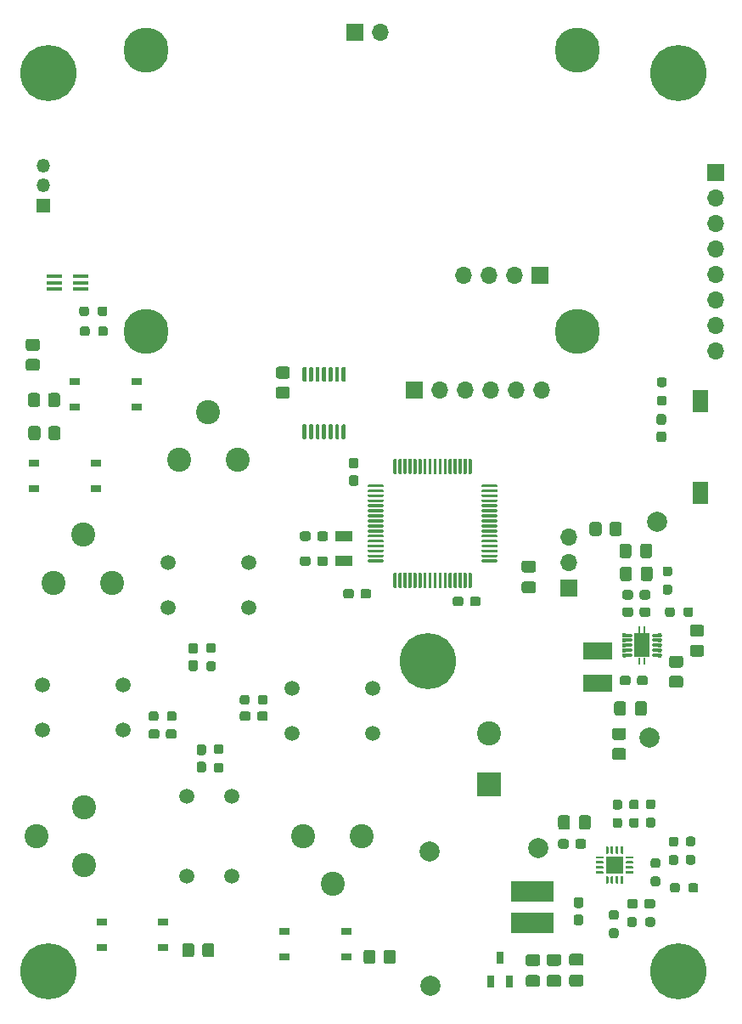
<source format=gbr>
%TF.GenerationSoftware,KiCad,Pcbnew,(5.1.10)-1*%
%TF.CreationDate,2021-11-18T09:17:22-06:00*%
%TF.ProjectId,batteryless_gaming_device,62617474-6572-4796-9c65-73735f67616d,rev?*%
%TF.SameCoordinates,Original*%
%TF.FileFunction,Soldermask,Top*%
%TF.FilePolarity,Negative*%
%FSLAX46Y46*%
G04 Gerber Fmt 4.6, Leading zero omitted, Abs format (unit mm)*
G04 Created by KiCad (PCBNEW (5.1.10)-1) date 2021-11-18 09:17:22*
%MOMM*%
%LPD*%
G01*
G04 APERTURE LIST*
%ADD10C,2.400000*%
%ADD11C,1.500000*%
%ADD12C,5.600000*%
%ADD13O,1.350000X1.350000*%
%ADD14R,1.350000X1.350000*%
%ADD15O,1.700000X1.700000*%
%ADD16R,1.700000X1.700000*%
%ADD17R,1.000000X0.800000*%
%ADD18C,4.500000*%
%ADD19R,1.800000X1.000000*%
%ADD20C,0.600000*%
%ADD21O,0.990000X0.420000*%
%ADD22R,1.650000X2.400000*%
%ADD23R,0.680000X1.050000*%
%ADD24R,0.260000X0.500000*%
%ADD25R,0.280000X0.700000*%
%ADD26R,1.800000X1.800000*%
%ADD27C,2.000000*%
%ADD28R,1.600000X2.180000*%
%ADD29R,2.900000X1.800000*%
%ADD30R,4.300000X2.000000*%
%ADD31R,1.500000X0.400000*%
%ADD32R,0.800000X1.300000*%
%ADD33R,2.400000X2.400000*%
G04 APERTURE END LIST*
D10*
%TO.C,SW603*%
X87300000Y-109500000D03*
D11*
X91300000Y-128950000D03*
X83300000Y-128950000D03*
X83300000Y-124450000D03*
X91300000Y-124450000D03*
D10*
X84400000Y-114250000D03*
X90200000Y-114250000D03*
%TD*%
%TO.C,SW602*%
X99800000Y-97300000D03*
D11*
X103800000Y-116750000D03*
X95800000Y-116750000D03*
X95800000Y-112250000D03*
X103800000Y-112250000D03*
D10*
X96900000Y-102050000D03*
X102700000Y-102050000D03*
%TD*%
%TO.C,SW601*%
X112200000Y-144250000D03*
D11*
X108200000Y-124800000D03*
X116200000Y-124800000D03*
X116200000Y-129300000D03*
X108200000Y-129300000D03*
D10*
X115100000Y-139500000D03*
X109300000Y-139500000D03*
%TD*%
%TO.C,SW600*%
X82700000Y-139500000D03*
D11*
X102150000Y-135500000D03*
X102150000Y-143500000D03*
X97650000Y-143500000D03*
X97650000Y-135500000D03*
D10*
X87450000Y-142400000D03*
X87450000Y-136600000D03*
%TD*%
D12*
%TO.C,H104*%
X121716800Y-122072400D03*
%TD*%
%TO.C,H102*%
X83820000Y-63500000D03*
%TD*%
D13*
%TO.C,M300*%
X83312000Y-72676000D03*
X83312000Y-74676000D03*
D14*
X83312000Y-76676000D03*
%TD*%
D15*
%TO.C,J400*%
X125222000Y-83616800D03*
X127762000Y-83616800D03*
X130302000Y-83616800D03*
D16*
X132842000Y-83616800D03*
%TD*%
D17*
%TO.C,D601*%
X107415000Y-151536400D03*
X107415000Y-148996400D03*
X113565000Y-148996400D03*
X113565000Y-151536400D03*
%TD*%
D15*
%TO.C,U100*%
X150418800Y-91135200D03*
X150418800Y-88595200D03*
X150418800Y-86055200D03*
X150418800Y-83515200D03*
X150418800Y-80975200D03*
X150418800Y-78435200D03*
X150418800Y-75895200D03*
D16*
X150418800Y-73355200D03*
%TD*%
%TO.C,U400*%
G36*
G01*
X117199000Y-112256400D02*
X115799000Y-112256400D01*
G75*
G02*
X115724000Y-112181400I0J75000D01*
G01*
X115724000Y-112031400D01*
G75*
G02*
X115799000Y-111956400I75000J0D01*
G01*
X117199000Y-111956400D01*
G75*
G02*
X117274000Y-112031400I0J-75000D01*
G01*
X117274000Y-112181400D01*
G75*
G02*
X117199000Y-112256400I-75000J0D01*
G01*
G37*
G36*
G01*
X117199000Y-111756400D02*
X115799000Y-111756400D01*
G75*
G02*
X115724000Y-111681400I0J75000D01*
G01*
X115724000Y-111531400D01*
G75*
G02*
X115799000Y-111456400I75000J0D01*
G01*
X117199000Y-111456400D01*
G75*
G02*
X117274000Y-111531400I0J-75000D01*
G01*
X117274000Y-111681400D01*
G75*
G02*
X117199000Y-111756400I-75000J0D01*
G01*
G37*
G36*
G01*
X117199000Y-111256400D02*
X115799000Y-111256400D01*
G75*
G02*
X115724000Y-111181400I0J75000D01*
G01*
X115724000Y-111031400D01*
G75*
G02*
X115799000Y-110956400I75000J0D01*
G01*
X117199000Y-110956400D01*
G75*
G02*
X117274000Y-111031400I0J-75000D01*
G01*
X117274000Y-111181400D01*
G75*
G02*
X117199000Y-111256400I-75000J0D01*
G01*
G37*
G36*
G01*
X117199000Y-110756400D02*
X115799000Y-110756400D01*
G75*
G02*
X115724000Y-110681400I0J75000D01*
G01*
X115724000Y-110531400D01*
G75*
G02*
X115799000Y-110456400I75000J0D01*
G01*
X117199000Y-110456400D01*
G75*
G02*
X117274000Y-110531400I0J-75000D01*
G01*
X117274000Y-110681400D01*
G75*
G02*
X117199000Y-110756400I-75000J0D01*
G01*
G37*
G36*
G01*
X117199000Y-110256400D02*
X115799000Y-110256400D01*
G75*
G02*
X115724000Y-110181400I0J75000D01*
G01*
X115724000Y-110031400D01*
G75*
G02*
X115799000Y-109956400I75000J0D01*
G01*
X117199000Y-109956400D01*
G75*
G02*
X117274000Y-110031400I0J-75000D01*
G01*
X117274000Y-110181400D01*
G75*
G02*
X117199000Y-110256400I-75000J0D01*
G01*
G37*
G36*
G01*
X117199000Y-109756400D02*
X115799000Y-109756400D01*
G75*
G02*
X115724000Y-109681400I0J75000D01*
G01*
X115724000Y-109531400D01*
G75*
G02*
X115799000Y-109456400I75000J0D01*
G01*
X117199000Y-109456400D01*
G75*
G02*
X117274000Y-109531400I0J-75000D01*
G01*
X117274000Y-109681400D01*
G75*
G02*
X117199000Y-109756400I-75000J0D01*
G01*
G37*
G36*
G01*
X117199000Y-109256400D02*
X115799000Y-109256400D01*
G75*
G02*
X115724000Y-109181400I0J75000D01*
G01*
X115724000Y-109031400D01*
G75*
G02*
X115799000Y-108956400I75000J0D01*
G01*
X117199000Y-108956400D01*
G75*
G02*
X117274000Y-109031400I0J-75000D01*
G01*
X117274000Y-109181400D01*
G75*
G02*
X117199000Y-109256400I-75000J0D01*
G01*
G37*
G36*
G01*
X117199000Y-108756400D02*
X115799000Y-108756400D01*
G75*
G02*
X115724000Y-108681400I0J75000D01*
G01*
X115724000Y-108531400D01*
G75*
G02*
X115799000Y-108456400I75000J0D01*
G01*
X117199000Y-108456400D01*
G75*
G02*
X117274000Y-108531400I0J-75000D01*
G01*
X117274000Y-108681400D01*
G75*
G02*
X117199000Y-108756400I-75000J0D01*
G01*
G37*
G36*
G01*
X117199000Y-108256400D02*
X115799000Y-108256400D01*
G75*
G02*
X115724000Y-108181400I0J75000D01*
G01*
X115724000Y-108031400D01*
G75*
G02*
X115799000Y-107956400I75000J0D01*
G01*
X117199000Y-107956400D01*
G75*
G02*
X117274000Y-108031400I0J-75000D01*
G01*
X117274000Y-108181400D01*
G75*
G02*
X117199000Y-108256400I-75000J0D01*
G01*
G37*
G36*
G01*
X117199000Y-107756400D02*
X115799000Y-107756400D01*
G75*
G02*
X115724000Y-107681400I0J75000D01*
G01*
X115724000Y-107531400D01*
G75*
G02*
X115799000Y-107456400I75000J0D01*
G01*
X117199000Y-107456400D01*
G75*
G02*
X117274000Y-107531400I0J-75000D01*
G01*
X117274000Y-107681400D01*
G75*
G02*
X117199000Y-107756400I-75000J0D01*
G01*
G37*
G36*
G01*
X117199000Y-107256400D02*
X115799000Y-107256400D01*
G75*
G02*
X115724000Y-107181400I0J75000D01*
G01*
X115724000Y-107031400D01*
G75*
G02*
X115799000Y-106956400I75000J0D01*
G01*
X117199000Y-106956400D01*
G75*
G02*
X117274000Y-107031400I0J-75000D01*
G01*
X117274000Y-107181400D01*
G75*
G02*
X117199000Y-107256400I-75000J0D01*
G01*
G37*
G36*
G01*
X117199000Y-106756400D02*
X115799000Y-106756400D01*
G75*
G02*
X115724000Y-106681400I0J75000D01*
G01*
X115724000Y-106531400D01*
G75*
G02*
X115799000Y-106456400I75000J0D01*
G01*
X117199000Y-106456400D01*
G75*
G02*
X117274000Y-106531400I0J-75000D01*
G01*
X117274000Y-106681400D01*
G75*
G02*
X117199000Y-106756400I-75000J0D01*
G01*
G37*
G36*
G01*
X117199000Y-106256400D02*
X115799000Y-106256400D01*
G75*
G02*
X115724000Y-106181400I0J75000D01*
G01*
X115724000Y-106031400D01*
G75*
G02*
X115799000Y-105956400I75000J0D01*
G01*
X117199000Y-105956400D01*
G75*
G02*
X117274000Y-106031400I0J-75000D01*
G01*
X117274000Y-106181400D01*
G75*
G02*
X117199000Y-106256400I-75000J0D01*
G01*
G37*
G36*
G01*
X117199000Y-105756400D02*
X115799000Y-105756400D01*
G75*
G02*
X115724000Y-105681400I0J75000D01*
G01*
X115724000Y-105531400D01*
G75*
G02*
X115799000Y-105456400I75000J0D01*
G01*
X117199000Y-105456400D01*
G75*
G02*
X117274000Y-105531400I0J-75000D01*
G01*
X117274000Y-105681400D01*
G75*
G02*
X117199000Y-105756400I-75000J0D01*
G01*
G37*
G36*
G01*
X117199000Y-105256400D02*
X115799000Y-105256400D01*
G75*
G02*
X115724000Y-105181400I0J75000D01*
G01*
X115724000Y-105031400D01*
G75*
G02*
X115799000Y-104956400I75000J0D01*
G01*
X117199000Y-104956400D01*
G75*
G02*
X117274000Y-105031400I0J-75000D01*
G01*
X117274000Y-105181400D01*
G75*
G02*
X117199000Y-105256400I-75000J0D01*
G01*
G37*
G36*
G01*
X117199000Y-104756400D02*
X115799000Y-104756400D01*
G75*
G02*
X115724000Y-104681400I0J75000D01*
G01*
X115724000Y-104531400D01*
G75*
G02*
X115799000Y-104456400I75000J0D01*
G01*
X117199000Y-104456400D01*
G75*
G02*
X117274000Y-104531400I0J-75000D01*
G01*
X117274000Y-104681400D01*
G75*
G02*
X117199000Y-104756400I-75000J0D01*
G01*
G37*
G36*
G01*
X118499000Y-103456400D02*
X118349000Y-103456400D01*
G75*
G02*
X118274000Y-103381400I0J75000D01*
G01*
X118274000Y-101981400D01*
G75*
G02*
X118349000Y-101906400I75000J0D01*
G01*
X118499000Y-101906400D01*
G75*
G02*
X118574000Y-101981400I0J-75000D01*
G01*
X118574000Y-103381400D01*
G75*
G02*
X118499000Y-103456400I-75000J0D01*
G01*
G37*
G36*
G01*
X118999000Y-103456400D02*
X118849000Y-103456400D01*
G75*
G02*
X118774000Y-103381400I0J75000D01*
G01*
X118774000Y-101981400D01*
G75*
G02*
X118849000Y-101906400I75000J0D01*
G01*
X118999000Y-101906400D01*
G75*
G02*
X119074000Y-101981400I0J-75000D01*
G01*
X119074000Y-103381400D01*
G75*
G02*
X118999000Y-103456400I-75000J0D01*
G01*
G37*
G36*
G01*
X119499000Y-103456400D02*
X119349000Y-103456400D01*
G75*
G02*
X119274000Y-103381400I0J75000D01*
G01*
X119274000Y-101981400D01*
G75*
G02*
X119349000Y-101906400I75000J0D01*
G01*
X119499000Y-101906400D01*
G75*
G02*
X119574000Y-101981400I0J-75000D01*
G01*
X119574000Y-103381400D01*
G75*
G02*
X119499000Y-103456400I-75000J0D01*
G01*
G37*
G36*
G01*
X119999000Y-103456400D02*
X119849000Y-103456400D01*
G75*
G02*
X119774000Y-103381400I0J75000D01*
G01*
X119774000Y-101981400D01*
G75*
G02*
X119849000Y-101906400I75000J0D01*
G01*
X119999000Y-101906400D01*
G75*
G02*
X120074000Y-101981400I0J-75000D01*
G01*
X120074000Y-103381400D01*
G75*
G02*
X119999000Y-103456400I-75000J0D01*
G01*
G37*
G36*
G01*
X120499000Y-103456400D02*
X120349000Y-103456400D01*
G75*
G02*
X120274000Y-103381400I0J75000D01*
G01*
X120274000Y-101981400D01*
G75*
G02*
X120349000Y-101906400I75000J0D01*
G01*
X120499000Y-101906400D01*
G75*
G02*
X120574000Y-101981400I0J-75000D01*
G01*
X120574000Y-103381400D01*
G75*
G02*
X120499000Y-103456400I-75000J0D01*
G01*
G37*
G36*
G01*
X120999000Y-103456400D02*
X120849000Y-103456400D01*
G75*
G02*
X120774000Y-103381400I0J75000D01*
G01*
X120774000Y-101981400D01*
G75*
G02*
X120849000Y-101906400I75000J0D01*
G01*
X120999000Y-101906400D01*
G75*
G02*
X121074000Y-101981400I0J-75000D01*
G01*
X121074000Y-103381400D01*
G75*
G02*
X120999000Y-103456400I-75000J0D01*
G01*
G37*
G36*
G01*
X121499000Y-103456400D02*
X121349000Y-103456400D01*
G75*
G02*
X121274000Y-103381400I0J75000D01*
G01*
X121274000Y-101981400D01*
G75*
G02*
X121349000Y-101906400I75000J0D01*
G01*
X121499000Y-101906400D01*
G75*
G02*
X121574000Y-101981400I0J-75000D01*
G01*
X121574000Y-103381400D01*
G75*
G02*
X121499000Y-103456400I-75000J0D01*
G01*
G37*
G36*
G01*
X121999000Y-103456400D02*
X121849000Y-103456400D01*
G75*
G02*
X121774000Y-103381400I0J75000D01*
G01*
X121774000Y-101981400D01*
G75*
G02*
X121849000Y-101906400I75000J0D01*
G01*
X121999000Y-101906400D01*
G75*
G02*
X122074000Y-101981400I0J-75000D01*
G01*
X122074000Y-103381400D01*
G75*
G02*
X121999000Y-103456400I-75000J0D01*
G01*
G37*
G36*
G01*
X122499000Y-103456400D02*
X122349000Y-103456400D01*
G75*
G02*
X122274000Y-103381400I0J75000D01*
G01*
X122274000Y-101981400D01*
G75*
G02*
X122349000Y-101906400I75000J0D01*
G01*
X122499000Y-101906400D01*
G75*
G02*
X122574000Y-101981400I0J-75000D01*
G01*
X122574000Y-103381400D01*
G75*
G02*
X122499000Y-103456400I-75000J0D01*
G01*
G37*
G36*
G01*
X122999000Y-103456400D02*
X122849000Y-103456400D01*
G75*
G02*
X122774000Y-103381400I0J75000D01*
G01*
X122774000Y-101981400D01*
G75*
G02*
X122849000Y-101906400I75000J0D01*
G01*
X122999000Y-101906400D01*
G75*
G02*
X123074000Y-101981400I0J-75000D01*
G01*
X123074000Y-103381400D01*
G75*
G02*
X122999000Y-103456400I-75000J0D01*
G01*
G37*
G36*
G01*
X123499000Y-103456400D02*
X123349000Y-103456400D01*
G75*
G02*
X123274000Y-103381400I0J75000D01*
G01*
X123274000Y-101981400D01*
G75*
G02*
X123349000Y-101906400I75000J0D01*
G01*
X123499000Y-101906400D01*
G75*
G02*
X123574000Y-101981400I0J-75000D01*
G01*
X123574000Y-103381400D01*
G75*
G02*
X123499000Y-103456400I-75000J0D01*
G01*
G37*
G36*
G01*
X123999000Y-103456400D02*
X123849000Y-103456400D01*
G75*
G02*
X123774000Y-103381400I0J75000D01*
G01*
X123774000Y-101981400D01*
G75*
G02*
X123849000Y-101906400I75000J0D01*
G01*
X123999000Y-101906400D01*
G75*
G02*
X124074000Y-101981400I0J-75000D01*
G01*
X124074000Y-103381400D01*
G75*
G02*
X123999000Y-103456400I-75000J0D01*
G01*
G37*
G36*
G01*
X124499000Y-103456400D02*
X124349000Y-103456400D01*
G75*
G02*
X124274000Y-103381400I0J75000D01*
G01*
X124274000Y-101981400D01*
G75*
G02*
X124349000Y-101906400I75000J0D01*
G01*
X124499000Y-101906400D01*
G75*
G02*
X124574000Y-101981400I0J-75000D01*
G01*
X124574000Y-103381400D01*
G75*
G02*
X124499000Y-103456400I-75000J0D01*
G01*
G37*
G36*
G01*
X124999000Y-103456400D02*
X124849000Y-103456400D01*
G75*
G02*
X124774000Y-103381400I0J75000D01*
G01*
X124774000Y-101981400D01*
G75*
G02*
X124849000Y-101906400I75000J0D01*
G01*
X124999000Y-101906400D01*
G75*
G02*
X125074000Y-101981400I0J-75000D01*
G01*
X125074000Y-103381400D01*
G75*
G02*
X124999000Y-103456400I-75000J0D01*
G01*
G37*
G36*
G01*
X125499000Y-103456400D02*
X125349000Y-103456400D01*
G75*
G02*
X125274000Y-103381400I0J75000D01*
G01*
X125274000Y-101981400D01*
G75*
G02*
X125349000Y-101906400I75000J0D01*
G01*
X125499000Y-101906400D01*
G75*
G02*
X125574000Y-101981400I0J-75000D01*
G01*
X125574000Y-103381400D01*
G75*
G02*
X125499000Y-103456400I-75000J0D01*
G01*
G37*
G36*
G01*
X125999000Y-103456400D02*
X125849000Y-103456400D01*
G75*
G02*
X125774000Y-103381400I0J75000D01*
G01*
X125774000Y-101981400D01*
G75*
G02*
X125849000Y-101906400I75000J0D01*
G01*
X125999000Y-101906400D01*
G75*
G02*
X126074000Y-101981400I0J-75000D01*
G01*
X126074000Y-103381400D01*
G75*
G02*
X125999000Y-103456400I-75000J0D01*
G01*
G37*
G36*
G01*
X128549000Y-104756400D02*
X127149000Y-104756400D01*
G75*
G02*
X127074000Y-104681400I0J75000D01*
G01*
X127074000Y-104531400D01*
G75*
G02*
X127149000Y-104456400I75000J0D01*
G01*
X128549000Y-104456400D01*
G75*
G02*
X128624000Y-104531400I0J-75000D01*
G01*
X128624000Y-104681400D01*
G75*
G02*
X128549000Y-104756400I-75000J0D01*
G01*
G37*
G36*
G01*
X128549000Y-105256400D02*
X127149000Y-105256400D01*
G75*
G02*
X127074000Y-105181400I0J75000D01*
G01*
X127074000Y-105031400D01*
G75*
G02*
X127149000Y-104956400I75000J0D01*
G01*
X128549000Y-104956400D01*
G75*
G02*
X128624000Y-105031400I0J-75000D01*
G01*
X128624000Y-105181400D01*
G75*
G02*
X128549000Y-105256400I-75000J0D01*
G01*
G37*
G36*
G01*
X128549000Y-105756400D02*
X127149000Y-105756400D01*
G75*
G02*
X127074000Y-105681400I0J75000D01*
G01*
X127074000Y-105531400D01*
G75*
G02*
X127149000Y-105456400I75000J0D01*
G01*
X128549000Y-105456400D01*
G75*
G02*
X128624000Y-105531400I0J-75000D01*
G01*
X128624000Y-105681400D01*
G75*
G02*
X128549000Y-105756400I-75000J0D01*
G01*
G37*
G36*
G01*
X128549000Y-106256400D02*
X127149000Y-106256400D01*
G75*
G02*
X127074000Y-106181400I0J75000D01*
G01*
X127074000Y-106031400D01*
G75*
G02*
X127149000Y-105956400I75000J0D01*
G01*
X128549000Y-105956400D01*
G75*
G02*
X128624000Y-106031400I0J-75000D01*
G01*
X128624000Y-106181400D01*
G75*
G02*
X128549000Y-106256400I-75000J0D01*
G01*
G37*
G36*
G01*
X128549000Y-106756400D02*
X127149000Y-106756400D01*
G75*
G02*
X127074000Y-106681400I0J75000D01*
G01*
X127074000Y-106531400D01*
G75*
G02*
X127149000Y-106456400I75000J0D01*
G01*
X128549000Y-106456400D01*
G75*
G02*
X128624000Y-106531400I0J-75000D01*
G01*
X128624000Y-106681400D01*
G75*
G02*
X128549000Y-106756400I-75000J0D01*
G01*
G37*
G36*
G01*
X128549000Y-107256400D02*
X127149000Y-107256400D01*
G75*
G02*
X127074000Y-107181400I0J75000D01*
G01*
X127074000Y-107031400D01*
G75*
G02*
X127149000Y-106956400I75000J0D01*
G01*
X128549000Y-106956400D01*
G75*
G02*
X128624000Y-107031400I0J-75000D01*
G01*
X128624000Y-107181400D01*
G75*
G02*
X128549000Y-107256400I-75000J0D01*
G01*
G37*
G36*
G01*
X128549000Y-107756400D02*
X127149000Y-107756400D01*
G75*
G02*
X127074000Y-107681400I0J75000D01*
G01*
X127074000Y-107531400D01*
G75*
G02*
X127149000Y-107456400I75000J0D01*
G01*
X128549000Y-107456400D01*
G75*
G02*
X128624000Y-107531400I0J-75000D01*
G01*
X128624000Y-107681400D01*
G75*
G02*
X128549000Y-107756400I-75000J0D01*
G01*
G37*
G36*
G01*
X128549000Y-108256400D02*
X127149000Y-108256400D01*
G75*
G02*
X127074000Y-108181400I0J75000D01*
G01*
X127074000Y-108031400D01*
G75*
G02*
X127149000Y-107956400I75000J0D01*
G01*
X128549000Y-107956400D01*
G75*
G02*
X128624000Y-108031400I0J-75000D01*
G01*
X128624000Y-108181400D01*
G75*
G02*
X128549000Y-108256400I-75000J0D01*
G01*
G37*
G36*
G01*
X128549000Y-108756400D02*
X127149000Y-108756400D01*
G75*
G02*
X127074000Y-108681400I0J75000D01*
G01*
X127074000Y-108531400D01*
G75*
G02*
X127149000Y-108456400I75000J0D01*
G01*
X128549000Y-108456400D01*
G75*
G02*
X128624000Y-108531400I0J-75000D01*
G01*
X128624000Y-108681400D01*
G75*
G02*
X128549000Y-108756400I-75000J0D01*
G01*
G37*
G36*
G01*
X128549000Y-109256400D02*
X127149000Y-109256400D01*
G75*
G02*
X127074000Y-109181400I0J75000D01*
G01*
X127074000Y-109031400D01*
G75*
G02*
X127149000Y-108956400I75000J0D01*
G01*
X128549000Y-108956400D01*
G75*
G02*
X128624000Y-109031400I0J-75000D01*
G01*
X128624000Y-109181400D01*
G75*
G02*
X128549000Y-109256400I-75000J0D01*
G01*
G37*
G36*
G01*
X128549000Y-109756400D02*
X127149000Y-109756400D01*
G75*
G02*
X127074000Y-109681400I0J75000D01*
G01*
X127074000Y-109531400D01*
G75*
G02*
X127149000Y-109456400I75000J0D01*
G01*
X128549000Y-109456400D01*
G75*
G02*
X128624000Y-109531400I0J-75000D01*
G01*
X128624000Y-109681400D01*
G75*
G02*
X128549000Y-109756400I-75000J0D01*
G01*
G37*
G36*
G01*
X128549000Y-110256400D02*
X127149000Y-110256400D01*
G75*
G02*
X127074000Y-110181400I0J75000D01*
G01*
X127074000Y-110031400D01*
G75*
G02*
X127149000Y-109956400I75000J0D01*
G01*
X128549000Y-109956400D01*
G75*
G02*
X128624000Y-110031400I0J-75000D01*
G01*
X128624000Y-110181400D01*
G75*
G02*
X128549000Y-110256400I-75000J0D01*
G01*
G37*
G36*
G01*
X128549000Y-110756400D02*
X127149000Y-110756400D01*
G75*
G02*
X127074000Y-110681400I0J75000D01*
G01*
X127074000Y-110531400D01*
G75*
G02*
X127149000Y-110456400I75000J0D01*
G01*
X128549000Y-110456400D01*
G75*
G02*
X128624000Y-110531400I0J-75000D01*
G01*
X128624000Y-110681400D01*
G75*
G02*
X128549000Y-110756400I-75000J0D01*
G01*
G37*
G36*
G01*
X128549000Y-111256400D02*
X127149000Y-111256400D01*
G75*
G02*
X127074000Y-111181400I0J75000D01*
G01*
X127074000Y-111031400D01*
G75*
G02*
X127149000Y-110956400I75000J0D01*
G01*
X128549000Y-110956400D01*
G75*
G02*
X128624000Y-111031400I0J-75000D01*
G01*
X128624000Y-111181400D01*
G75*
G02*
X128549000Y-111256400I-75000J0D01*
G01*
G37*
G36*
G01*
X128549000Y-111756400D02*
X127149000Y-111756400D01*
G75*
G02*
X127074000Y-111681400I0J75000D01*
G01*
X127074000Y-111531400D01*
G75*
G02*
X127149000Y-111456400I75000J0D01*
G01*
X128549000Y-111456400D01*
G75*
G02*
X128624000Y-111531400I0J-75000D01*
G01*
X128624000Y-111681400D01*
G75*
G02*
X128549000Y-111756400I-75000J0D01*
G01*
G37*
G36*
G01*
X128549000Y-112256400D02*
X127149000Y-112256400D01*
G75*
G02*
X127074000Y-112181400I0J75000D01*
G01*
X127074000Y-112031400D01*
G75*
G02*
X127149000Y-111956400I75000J0D01*
G01*
X128549000Y-111956400D01*
G75*
G02*
X128624000Y-112031400I0J-75000D01*
G01*
X128624000Y-112181400D01*
G75*
G02*
X128549000Y-112256400I-75000J0D01*
G01*
G37*
G36*
G01*
X125999000Y-114806400D02*
X125849000Y-114806400D01*
G75*
G02*
X125774000Y-114731400I0J75000D01*
G01*
X125774000Y-113331400D01*
G75*
G02*
X125849000Y-113256400I75000J0D01*
G01*
X125999000Y-113256400D01*
G75*
G02*
X126074000Y-113331400I0J-75000D01*
G01*
X126074000Y-114731400D01*
G75*
G02*
X125999000Y-114806400I-75000J0D01*
G01*
G37*
G36*
G01*
X125499000Y-114806400D02*
X125349000Y-114806400D01*
G75*
G02*
X125274000Y-114731400I0J75000D01*
G01*
X125274000Y-113331400D01*
G75*
G02*
X125349000Y-113256400I75000J0D01*
G01*
X125499000Y-113256400D01*
G75*
G02*
X125574000Y-113331400I0J-75000D01*
G01*
X125574000Y-114731400D01*
G75*
G02*
X125499000Y-114806400I-75000J0D01*
G01*
G37*
G36*
G01*
X124999000Y-114806400D02*
X124849000Y-114806400D01*
G75*
G02*
X124774000Y-114731400I0J75000D01*
G01*
X124774000Y-113331400D01*
G75*
G02*
X124849000Y-113256400I75000J0D01*
G01*
X124999000Y-113256400D01*
G75*
G02*
X125074000Y-113331400I0J-75000D01*
G01*
X125074000Y-114731400D01*
G75*
G02*
X124999000Y-114806400I-75000J0D01*
G01*
G37*
G36*
G01*
X124499000Y-114806400D02*
X124349000Y-114806400D01*
G75*
G02*
X124274000Y-114731400I0J75000D01*
G01*
X124274000Y-113331400D01*
G75*
G02*
X124349000Y-113256400I75000J0D01*
G01*
X124499000Y-113256400D01*
G75*
G02*
X124574000Y-113331400I0J-75000D01*
G01*
X124574000Y-114731400D01*
G75*
G02*
X124499000Y-114806400I-75000J0D01*
G01*
G37*
G36*
G01*
X123999000Y-114806400D02*
X123849000Y-114806400D01*
G75*
G02*
X123774000Y-114731400I0J75000D01*
G01*
X123774000Y-113331400D01*
G75*
G02*
X123849000Y-113256400I75000J0D01*
G01*
X123999000Y-113256400D01*
G75*
G02*
X124074000Y-113331400I0J-75000D01*
G01*
X124074000Y-114731400D01*
G75*
G02*
X123999000Y-114806400I-75000J0D01*
G01*
G37*
G36*
G01*
X123499000Y-114806400D02*
X123349000Y-114806400D01*
G75*
G02*
X123274000Y-114731400I0J75000D01*
G01*
X123274000Y-113331400D01*
G75*
G02*
X123349000Y-113256400I75000J0D01*
G01*
X123499000Y-113256400D01*
G75*
G02*
X123574000Y-113331400I0J-75000D01*
G01*
X123574000Y-114731400D01*
G75*
G02*
X123499000Y-114806400I-75000J0D01*
G01*
G37*
G36*
G01*
X122999000Y-114806400D02*
X122849000Y-114806400D01*
G75*
G02*
X122774000Y-114731400I0J75000D01*
G01*
X122774000Y-113331400D01*
G75*
G02*
X122849000Y-113256400I75000J0D01*
G01*
X122999000Y-113256400D01*
G75*
G02*
X123074000Y-113331400I0J-75000D01*
G01*
X123074000Y-114731400D01*
G75*
G02*
X122999000Y-114806400I-75000J0D01*
G01*
G37*
G36*
G01*
X122499000Y-114806400D02*
X122349000Y-114806400D01*
G75*
G02*
X122274000Y-114731400I0J75000D01*
G01*
X122274000Y-113331400D01*
G75*
G02*
X122349000Y-113256400I75000J0D01*
G01*
X122499000Y-113256400D01*
G75*
G02*
X122574000Y-113331400I0J-75000D01*
G01*
X122574000Y-114731400D01*
G75*
G02*
X122499000Y-114806400I-75000J0D01*
G01*
G37*
G36*
G01*
X121999000Y-114806400D02*
X121849000Y-114806400D01*
G75*
G02*
X121774000Y-114731400I0J75000D01*
G01*
X121774000Y-113331400D01*
G75*
G02*
X121849000Y-113256400I75000J0D01*
G01*
X121999000Y-113256400D01*
G75*
G02*
X122074000Y-113331400I0J-75000D01*
G01*
X122074000Y-114731400D01*
G75*
G02*
X121999000Y-114806400I-75000J0D01*
G01*
G37*
G36*
G01*
X121499000Y-114806400D02*
X121349000Y-114806400D01*
G75*
G02*
X121274000Y-114731400I0J75000D01*
G01*
X121274000Y-113331400D01*
G75*
G02*
X121349000Y-113256400I75000J0D01*
G01*
X121499000Y-113256400D01*
G75*
G02*
X121574000Y-113331400I0J-75000D01*
G01*
X121574000Y-114731400D01*
G75*
G02*
X121499000Y-114806400I-75000J0D01*
G01*
G37*
G36*
G01*
X120999000Y-114806400D02*
X120849000Y-114806400D01*
G75*
G02*
X120774000Y-114731400I0J75000D01*
G01*
X120774000Y-113331400D01*
G75*
G02*
X120849000Y-113256400I75000J0D01*
G01*
X120999000Y-113256400D01*
G75*
G02*
X121074000Y-113331400I0J-75000D01*
G01*
X121074000Y-114731400D01*
G75*
G02*
X120999000Y-114806400I-75000J0D01*
G01*
G37*
G36*
G01*
X120499000Y-114806400D02*
X120349000Y-114806400D01*
G75*
G02*
X120274000Y-114731400I0J75000D01*
G01*
X120274000Y-113331400D01*
G75*
G02*
X120349000Y-113256400I75000J0D01*
G01*
X120499000Y-113256400D01*
G75*
G02*
X120574000Y-113331400I0J-75000D01*
G01*
X120574000Y-114731400D01*
G75*
G02*
X120499000Y-114806400I-75000J0D01*
G01*
G37*
G36*
G01*
X119999000Y-114806400D02*
X119849000Y-114806400D01*
G75*
G02*
X119774000Y-114731400I0J75000D01*
G01*
X119774000Y-113331400D01*
G75*
G02*
X119849000Y-113256400I75000J0D01*
G01*
X119999000Y-113256400D01*
G75*
G02*
X120074000Y-113331400I0J-75000D01*
G01*
X120074000Y-114731400D01*
G75*
G02*
X119999000Y-114806400I-75000J0D01*
G01*
G37*
G36*
G01*
X119499000Y-114806400D02*
X119349000Y-114806400D01*
G75*
G02*
X119274000Y-114731400I0J75000D01*
G01*
X119274000Y-113331400D01*
G75*
G02*
X119349000Y-113256400I75000J0D01*
G01*
X119499000Y-113256400D01*
G75*
G02*
X119574000Y-113331400I0J-75000D01*
G01*
X119574000Y-114731400D01*
G75*
G02*
X119499000Y-114806400I-75000J0D01*
G01*
G37*
G36*
G01*
X118999000Y-114806400D02*
X118849000Y-114806400D01*
G75*
G02*
X118774000Y-114731400I0J75000D01*
G01*
X118774000Y-113331400D01*
G75*
G02*
X118849000Y-113256400I75000J0D01*
G01*
X118999000Y-113256400D01*
G75*
G02*
X119074000Y-113331400I0J-75000D01*
G01*
X119074000Y-114731400D01*
G75*
G02*
X118999000Y-114806400I-75000J0D01*
G01*
G37*
G36*
G01*
X118499000Y-114806400D02*
X118349000Y-114806400D01*
G75*
G02*
X118274000Y-114731400I0J75000D01*
G01*
X118274000Y-113331400D01*
G75*
G02*
X118349000Y-113256400I75000J0D01*
G01*
X118499000Y-113256400D01*
G75*
G02*
X118574000Y-113331400I0J-75000D01*
G01*
X118574000Y-114731400D01*
G75*
G02*
X118499000Y-114806400I-75000J0D01*
G01*
G37*
%TD*%
D18*
%TO.C,U101*%
X93600000Y-89200000D03*
X93600000Y-61200000D03*
X136600000Y-61200000D03*
X136600000Y-89200000D03*
%TD*%
D19*
%TO.C,Y400*%
X113334800Y-109595600D03*
X113334800Y-112095600D03*
%TD*%
D20*
%TO.C,U500*%
X142552800Y-121247600D03*
X142552800Y-119747600D03*
X143552800Y-119747600D03*
X143052800Y-120497600D03*
X143552800Y-121247600D03*
D21*
X144527800Y-119497600D03*
X144527800Y-119997600D03*
X144527800Y-120497600D03*
G36*
G01*
X144602800Y-121137600D02*
X144602800Y-120857600D01*
G75*
G02*
X144672800Y-120787600I70000J0D01*
G01*
X144952800Y-120787600D01*
G75*
G02*
X145022800Y-120857600I0J-70000D01*
G01*
X145022800Y-121137600D01*
G75*
G02*
X144952800Y-121207600I-70000J0D01*
G01*
X144672800Y-121207600D01*
G75*
G02*
X144602800Y-121137600I0J70000D01*
G01*
G37*
G36*
G01*
X144602800Y-121637600D02*
X144602800Y-121357600D01*
G75*
G02*
X144672800Y-121287600I70000J0D01*
G01*
X144952800Y-121287600D01*
G75*
G02*
X145022800Y-121357600I0J-70000D01*
G01*
X145022800Y-121637600D01*
G75*
G02*
X144952800Y-121707600I-70000J0D01*
G01*
X144672800Y-121707600D01*
G75*
G02*
X144602800Y-121637600I0J70000D01*
G01*
G37*
X141577800Y-121497600D03*
G36*
G01*
X141082800Y-121137600D02*
X141082800Y-120857600D01*
G75*
G02*
X141152800Y-120787600I70000J0D01*
G01*
X141432800Y-120787600D01*
G75*
G02*
X141502800Y-120857600I0J-70000D01*
G01*
X141502800Y-121137600D01*
G75*
G02*
X141432800Y-121207600I-70000J0D01*
G01*
X141152800Y-121207600D01*
G75*
G02*
X141082800Y-121137600I0J70000D01*
G01*
G37*
X141577800Y-120497600D03*
G36*
G01*
X141082800Y-120137600D02*
X141082800Y-119857600D01*
G75*
G02*
X141152800Y-119787600I70000J0D01*
G01*
X141432800Y-119787600D01*
G75*
G02*
X141502800Y-119857600I0J-70000D01*
G01*
X141502800Y-120137600D01*
G75*
G02*
X141432800Y-120207600I-70000J0D01*
G01*
X141152800Y-120207600D01*
G75*
G02*
X141082800Y-120137600I0J70000D01*
G01*
G37*
G36*
G01*
X141082800Y-119637600D02*
X141082800Y-119357600D01*
G75*
G02*
X141152800Y-119287600I70000J0D01*
G01*
X141432800Y-119287600D01*
G75*
G02*
X141502800Y-119357600I0J-70000D01*
G01*
X141502800Y-119637600D01*
G75*
G02*
X141432800Y-119707600I-70000J0D01*
G01*
X141152800Y-119707600D01*
G75*
G02*
X141082800Y-119637600I0J70000D01*
G01*
G37*
D22*
X143052800Y-120497600D03*
D23*
X143502800Y-121132600D03*
X142602800Y-121132600D03*
X143502800Y-119862600D03*
D24*
X143302800Y-122127600D03*
X142802800Y-122127600D03*
X143302800Y-118867600D03*
D25*
X143302800Y-122047600D03*
X142802800Y-122047600D03*
X143302800Y-118947600D03*
D24*
X142802800Y-118867600D03*
D25*
X142802800Y-118947600D03*
D23*
X142602800Y-119862600D03*
G36*
G01*
X144602800Y-119637600D02*
X144602800Y-119357600D01*
G75*
G02*
X144672800Y-119287600I70000J0D01*
G01*
X144952800Y-119287600D01*
G75*
G02*
X145022800Y-119357600I0J-70000D01*
G01*
X145022800Y-119637600D01*
G75*
G02*
X144952800Y-119707600I-70000J0D01*
G01*
X144672800Y-119707600D01*
G75*
G02*
X144602800Y-119637600I0J70000D01*
G01*
G37*
G36*
G01*
X144602800Y-120137600D02*
X144602800Y-119857600D01*
G75*
G02*
X144672800Y-119787600I70000J0D01*
G01*
X144952800Y-119787600D01*
G75*
G02*
X145022800Y-119857600I0J-70000D01*
G01*
X145022800Y-120137600D01*
G75*
G02*
X144952800Y-120207600I-70000J0D01*
G01*
X144672800Y-120207600D01*
G75*
G02*
X144602800Y-120137600I0J70000D01*
G01*
G37*
G36*
G01*
X144602800Y-120637600D02*
X144602800Y-120357600D01*
G75*
G02*
X144672800Y-120287600I70000J0D01*
G01*
X144952800Y-120287600D01*
G75*
G02*
X145022800Y-120357600I0J-70000D01*
G01*
X145022800Y-120637600D01*
G75*
G02*
X144952800Y-120707600I-70000J0D01*
G01*
X144672800Y-120707600D01*
G75*
G02*
X144602800Y-120637600I0J70000D01*
G01*
G37*
D21*
X144527800Y-120997600D03*
X144527800Y-121497600D03*
G36*
G01*
X141082800Y-121637600D02*
X141082800Y-121357600D01*
G75*
G02*
X141152800Y-121287600I70000J0D01*
G01*
X141432800Y-121287600D01*
G75*
G02*
X141502800Y-121357600I0J-70000D01*
G01*
X141502800Y-121637600D01*
G75*
G02*
X141432800Y-121707600I-70000J0D01*
G01*
X141152800Y-121707600D01*
G75*
G02*
X141082800Y-121637600I0J70000D01*
G01*
G37*
X141577800Y-120997600D03*
G36*
G01*
X141082800Y-120637600D02*
X141082800Y-120357600D01*
G75*
G02*
X141152800Y-120287600I70000J0D01*
G01*
X141432800Y-120287600D01*
G75*
G02*
X141502800Y-120357600I0J-70000D01*
G01*
X141502800Y-120637600D01*
G75*
G02*
X141432800Y-120707600I-70000J0D01*
G01*
X141152800Y-120707600D01*
G75*
G02*
X141082800Y-120637600I0J70000D01*
G01*
G37*
X141577800Y-119997600D03*
X141577800Y-119497600D03*
%TD*%
%TO.C,U401*%
G36*
G01*
X109503600Y-94242600D02*
X109303600Y-94242600D01*
G75*
G02*
X109203600Y-94142600I0J100000D01*
G01*
X109203600Y-92867600D01*
G75*
G02*
X109303600Y-92767600I100000J0D01*
G01*
X109503600Y-92767600D01*
G75*
G02*
X109603600Y-92867600I0J-100000D01*
G01*
X109603600Y-94142600D01*
G75*
G02*
X109503600Y-94242600I-100000J0D01*
G01*
G37*
G36*
G01*
X110153600Y-94242600D02*
X109953600Y-94242600D01*
G75*
G02*
X109853600Y-94142600I0J100000D01*
G01*
X109853600Y-92867600D01*
G75*
G02*
X109953600Y-92767600I100000J0D01*
G01*
X110153600Y-92767600D01*
G75*
G02*
X110253600Y-92867600I0J-100000D01*
G01*
X110253600Y-94142600D01*
G75*
G02*
X110153600Y-94242600I-100000J0D01*
G01*
G37*
G36*
G01*
X110803600Y-94242600D02*
X110603600Y-94242600D01*
G75*
G02*
X110503600Y-94142600I0J100000D01*
G01*
X110503600Y-92867600D01*
G75*
G02*
X110603600Y-92767600I100000J0D01*
G01*
X110803600Y-92767600D01*
G75*
G02*
X110903600Y-92867600I0J-100000D01*
G01*
X110903600Y-94142600D01*
G75*
G02*
X110803600Y-94242600I-100000J0D01*
G01*
G37*
G36*
G01*
X111453600Y-94242600D02*
X111253600Y-94242600D01*
G75*
G02*
X111153600Y-94142600I0J100000D01*
G01*
X111153600Y-92867600D01*
G75*
G02*
X111253600Y-92767600I100000J0D01*
G01*
X111453600Y-92767600D01*
G75*
G02*
X111553600Y-92867600I0J-100000D01*
G01*
X111553600Y-94142600D01*
G75*
G02*
X111453600Y-94242600I-100000J0D01*
G01*
G37*
G36*
G01*
X112103600Y-94242600D02*
X111903600Y-94242600D01*
G75*
G02*
X111803600Y-94142600I0J100000D01*
G01*
X111803600Y-92867600D01*
G75*
G02*
X111903600Y-92767600I100000J0D01*
G01*
X112103600Y-92767600D01*
G75*
G02*
X112203600Y-92867600I0J-100000D01*
G01*
X112203600Y-94142600D01*
G75*
G02*
X112103600Y-94242600I-100000J0D01*
G01*
G37*
G36*
G01*
X112753600Y-94242600D02*
X112553600Y-94242600D01*
G75*
G02*
X112453600Y-94142600I0J100000D01*
G01*
X112453600Y-92867600D01*
G75*
G02*
X112553600Y-92767600I100000J0D01*
G01*
X112753600Y-92767600D01*
G75*
G02*
X112853600Y-92867600I0J-100000D01*
G01*
X112853600Y-94142600D01*
G75*
G02*
X112753600Y-94242600I-100000J0D01*
G01*
G37*
G36*
G01*
X113403600Y-94242600D02*
X113203600Y-94242600D01*
G75*
G02*
X113103600Y-94142600I0J100000D01*
G01*
X113103600Y-92867600D01*
G75*
G02*
X113203600Y-92767600I100000J0D01*
G01*
X113403600Y-92767600D01*
G75*
G02*
X113503600Y-92867600I0J-100000D01*
G01*
X113503600Y-94142600D01*
G75*
G02*
X113403600Y-94242600I-100000J0D01*
G01*
G37*
G36*
G01*
X113403600Y-99967600D02*
X113203600Y-99967600D01*
G75*
G02*
X113103600Y-99867600I0J100000D01*
G01*
X113103600Y-98592600D01*
G75*
G02*
X113203600Y-98492600I100000J0D01*
G01*
X113403600Y-98492600D01*
G75*
G02*
X113503600Y-98592600I0J-100000D01*
G01*
X113503600Y-99867600D01*
G75*
G02*
X113403600Y-99967600I-100000J0D01*
G01*
G37*
G36*
G01*
X112753600Y-99967600D02*
X112553600Y-99967600D01*
G75*
G02*
X112453600Y-99867600I0J100000D01*
G01*
X112453600Y-98592600D01*
G75*
G02*
X112553600Y-98492600I100000J0D01*
G01*
X112753600Y-98492600D01*
G75*
G02*
X112853600Y-98592600I0J-100000D01*
G01*
X112853600Y-99867600D01*
G75*
G02*
X112753600Y-99967600I-100000J0D01*
G01*
G37*
G36*
G01*
X112103600Y-99967600D02*
X111903600Y-99967600D01*
G75*
G02*
X111803600Y-99867600I0J100000D01*
G01*
X111803600Y-98592600D01*
G75*
G02*
X111903600Y-98492600I100000J0D01*
G01*
X112103600Y-98492600D01*
G75*
G02*
X112203600Y-98592600I0J-100000D01*
G01*
X112203600Y-99867600D01*
G75*
G02*
X112103600Y-99967600I-100000J0D01*
G01*
G37*
G36*
G01*
X111453600Y-99967600D02*
X111253600Y-99967600D01*
G75*
G02*
X111153600Y-99867600I0J100000D01*
G01*
X111153600Y-98592600D01*
G75*
G02*
X111253600Y-98492600I100000J0D01*
G01*
X111453600Y-98492600D01*
G75*
G02*
X111553600Y-98592600I0J-100000D01*
G01*
X111553600Y-99867600D01*
G75*
G02*
X111453600Y-99967600I-100000J0D01*
G01*
G37*
G36*
G01*
X110803600Y-99967600D02*
X110603600Y-99967600D01*
G75*
G02*
X110503600Y-99867600I0J100000D01*
G01*
X110503600Y-98592600D01*
G75*
G02*
X110603600Y-98492600I100000J0D01*
G01*
X110803600Y-98492600D01*
G75*
G02*
X110903600Y-98592600I0J-100000D01*
G01*
X110903600Y-99867600D01*
G75*
G02*
X110803600Y-99967600I-100000J0D01*
G01*
G37*
G36*
G01*
X110153600Y-99967600D02*
X109953600Y-99967600D01*
G75*
G02*
X109853600Y-99867600I0J100000D01*
G01*
X109853600Y-98592600D01*
G75*
G02*
X109953600Y-98492600I100000J0D01*
G01*
X110153600Y-98492600D01*
G75*
G02*
X110253600Y-98592600I0J-100000D01*
G01*
X110253600Y-99867600D01*
G75*
G02*
X110153600Y-99967600I-100000J0D01*
G01*
G37*
G36*
G01*
X109503600Y-99967600D02*
X109303600Y-99967600D01*
G75*
G02*
X109203600Y-99867600I0J100000D01*
G01*
X109203600Y-98592600D01*
G75*
G02*
X109303600Y-98492600I100000J0D01*
G01*
X109503600Y-98492600D01*
G75*
G02*
X109603600Y-98592600I0J-100000D01*
G01*
X109603600Y-99867600D01*
G75*
G02*
X109503600Y-99967600I-100000J0D01*
G01*
G37*
%TD*%
D26*
%TO.C,U200*%
X140322300Y-142387200D03*
G36*
G01*
X139159800Y-143262200D02*
X138509800Y-143262200D01*
G75*
G02*
X138447300Y-143199700I0J62500D01*
G01*
X138447300Y-143074700D01*
G75*
G02*
X138509800Y-143012200I62500J0D01*
G01*
X139159800Y-143012200D01*
G75*
G02*
X139222300Y-143074700I0J-62500D01*
G01*
X139222300Y-143199700D01*
G75*
G02*
X139159800Y-143262200I-62500J0D01*
G01*
G37*
G36*
G01*
X139159800Y-142762200D02*
X138509800Y-142762200D01*
G75*
G02*
X138447300Y-142699700I0J62500D01*
G01*
X138447300Y-142574700D01*
G75*
G02*
X138509800Y-142512200I62500J0D01*
G01*
X139159800Y-142512200D01*
G75*
G02*
X139222300Y-142574700I0J-62500D01*
G01*
X139222300Y-142699700D01*
G75*
G02*
X139159800Y-142762200I-62500J0D01*
G01*
G37*
G36*
G01*
X139159800Y-142262200D02*
X138509800Y-142262200D01*
G75*
G02*
X138447300Y-142199700I0J62500D01*
G01*
X138447300Y-142074700D01*
G75*
G02*
X138509800Y-142012200I62500J0D01*
G01*
X139159800Y-142012200D01*
G75*
G02*
X139222300Y-142074700I0J-62500D01*
G01*
X139222300Y-142199700D01*
G75*
G02*
X139159800Y-142262200I-62500J0D01*
G01*
G37*
G36*
G01*
X139159800Y-141762200D02*
X138509800Y-141762200D01*
G75*
G02*
X138447300Y-141699700I0J62500D01*
G01*
X138447300Y-141574700D01*
G75*
G02*
X138509800Y-141512200I62500J0D01*
G01*
X139159800Y-141512200D01*
G75*
G02*
X139222300Y-141574700I0J-62500D01*
G01*
X139222300Y-141699700D01*
G75*
G02*
X139159800Y-141762200I-62500J0D01*
G01*
G37*
G36*
G01*
X139634800Y-141287200D02*
X139509800Y-141287200D01*
G75*
G02*
X139447300Y-141224700I0J62500D01*
G01*
X139447300Y-140574700D01*
G75*
G02*
X139509800Y-140512200I62500J0D01*
G01*
X139634800Y-140512200D01*
G75*
G02*
X139697300Y-140574700I0J-62500D01*
G01*
X139697300Y-141224700D01*
G75*
G02*
X139634800Y-141287200I-62500J0D01*
G01*
G37*
G36*
G01*
X140134800Y-141287200D02*
X140009800Y-141287200D01*
G75*
G02*
X139947300Y-141224700I0J62500D01*
G01*
X139947300Y-140574700D01*
G75*
G02*
X140009800Y-140512200I62500J0D01*
G01*
X140134800Y-140512200D01*
G75*
G02*
X140197300Y-140574700I0J-62500D01*
G01*
X140197300Y-141224700D01*
G75*
G02*
X140134800Y-141287200I-62500J0D01*
G01*
G37*
G36*
G01*
X140634800Y-141287200D02*
X140509800Y-141287200D01*
G75*
G02*
X140447300Y-141224700I0J62500D01*
G01*
X140447300Y-140574700D01*
G75*
G02*
X140509800Y-140512200I62500J0D01*
G01*
X140634800Y-140512200D01*
G75*
G02*
X140697300Y-140574700I0J-62500D01*
G01*
X140697300Y-141224700D01*
G75*
G02*
X140634800Y-141287200I-62500J0D01*
G01*
G37*
G36*
G01*
X141134800Y-141287200D02*
X141009800Y-141287200D01*
G75*
G02*
X140947300Y-141224700I0J62500D01*
G01*
X140947300Y-140574700D01*
G75*
G02*
X141009800Y-140512200I62500J0D01*
G01*
X141134800Y-140512200D01*
G75*
G02*
X141197300Y-140574700I0J-62500D01*
G01*
X141197300Y-141224700D01*
G75*
G02*
X141134800Y-141287200I-62500J0D01*
G01*
G37*
G36*
G01*
X142134800Y-141762200D02*
X141484800Y-141762200D01*
G75*
G02*
X141422300Y-141699700I0J62500D01*
G01*
X141422300Y-141574700D01*
G75*
G02*
X141484800Y-141512200I62500J0D01*
G01*
X142134800Y-141512200D01*
G75*
G02*
X142197300Y-141574700I0J-62500D01*
G01*
X142197300Y-141699700D01*
G75*
G02*
X142134800Y-141762200I-62500J0D01*
G01*
G37*
G36*
G01*
X142134800Y-142262200D02*
X141484800Y-142262200D01*
G75*
G02*
X141422300Y-142199700I0J62500D01*
G01*
X141422300Y-142074700D01*
G75*
G02*
X141484800Y-142012200I62500J0D01*
G01*
X142134800Y-142012200D01*
G75*
G02*
X142197300Y-142074700I0J-62500D01*
G01*
X142197300Y-142199700D01*
G75*
G02*
X142134800Y-142262200I-62500J0D01*
G01*
G37*
G36*
G01*
X142134800Y-142762200D02*
X141484800Y-142762200D01*
G75*
G02*
X141422300Y-142699700I0J62500D01*
G01*
X141422300Y-142574700D01*
G75*
G02*
X141484800Y-142512200I62500J0D01*
G01*
X142134800Y-142512200D01*
G75*
G02*
X142197300Y-142574700I0J-62500D01*
G01*
X142197300Y-142699700D01*
G75*
G02*
X142134800Y-142762200I-62500J0D01*
G01*
G37*
G36*
G01*
X142134800Y-143262200D02*
X141484800Y-143262200D01*
G75*
G02*
X141422300Y-143199700I0J62500D01*
G01*
X141422300Y-143074700D01*
G75*
G02*
X141484800Y-143012200I62500J0D01*
G01*
X142134800Y-143012200D01*
G75*
G02*
X142197300Y-143074700I0J-62500D01*
G01*
X142197300Y-143199700D01*
G75*
G02*
X142134800Y-143262200I-62500J0D01*
G01*
G37*
G36*
G01*
X141134800Y-144262200D02*
X141009800Y-144262200D01*
G75*
G02*
X140947300Y-144199700I0J62500D01*
G01*
X140947300Y-143549700D01*
G75*
G02*
X141009800Y-143487200I62500J0D01*
G01*
X141134800Y-143487200D01*
G75*
G02*
X141197300Y-143549700I0J-62500D01*
G01*
X141197300Y-144199700D01*
G75*
G02*
X141134800Y-144262200I-62500J0D01*
G01*
G37*
G36*
G01*
X140634800Y-144262200D02*
X140509800Y-144262200D01*
G75*
G02*
X140447300Y-144199700I0J62500D01*
G01*
X140447300Y-143549700D01*
G75*
G02*
X140509800Y-143487200I62500J0D01*
G01*
X140634800Y-143487200D01*
G75*
G02*
X140697300Y-143549700I0J-62500D01*
G01*
X140697300Y-144199700D01*
G75*
G02*
X140634800Y-144262200I-62500J0D01*
G01*
G37*
G36*
G01*
X140134800Y-144262200D02*
X140009800Y-144262200D01*
G75*
G02*
X139947300Y-144199700I0J62500D01*
G01*
X139947300Y-143549700D01*
G75*
G02*
X140009800Y-143487200I62500J0D01*
G01*
X140134800Y-143487200D01*
G75*
G02*
X140197300Y-143549700I0J-62500D01*
G01*
X140197300Y-144199700D01*
G75*
G02*
X140134800Y-144262200I-62500J0D01*
G01*
G37*
G36*
G01*
X139634800Y-144262200D02*
X139509800Y-144262200D01*
G75*
G02*
X139447300Y-144199700I0J62500D01*
G01*
X139447300Y-143549700D01*
G75*
G02*
X139509800Y-143487200I62500J0D01*
G01*
X139634800Y-143487200D01*
G75*
G02*
X139697300Y-143549700I0J-62500D01*
G01*
X139697300Y-144199700D01*
G75*
G02*
X139634800Y-144262200I-62500J0D01*
G01*
G37*
%TD*%
D27*
%TO.C,TP501*%
X144526000Y-108204000D03*
%TD*%
%TO.C,TP500*%
X143764000Y-129692400D03*
%TD*%
%TO.C,TP202*%
X132689600Y-140665200D03*
%TD*%
%TO.C,TP201*%
X121869200Y-141071600D03*
%TD*%
%TO.C,TP200*%
X121920000Y-154432000D03*
%TD*%
D28*
%TO.C,SW400*%
X148894800Y-96146400D03*
X148894800Y-105326400D03*
%TD*%
%TO.C,R607*%
G36*
G01*
X83864400Y-99814801D02*
X83864400Y-98914799D01*
G75*
G02*
X84114399Y-98664800I249999J0D01*
G01*
X84814401Y-98664800D01*
G75*
G02*
X85064400Y-98914799I0J-249999D01*
G01*
X85064400Y-99814801D01*
G75*
G02*
X84814401Y-100064800I-249999J0D01*
G01*
X84114399Y-100064800D01*
G75*
G02*
X83864400Y-99814801I0J249999D01*
G01*
G37*
G36*
G01*
X81864400Y-99814801D02*
X81864400Y-98914799D01*
G75*
G02*
X82114399Y-98664800I249999J0D01*
G01*
X82814401Y-98664800D01*
G75*
G02*
X83064400Y-98914799I0J-249999D01*
G01*
X83064400Y-99814801D01*
G75*
G02*
X82814401Y-100064800I-249999J0D01*
G01*
X82114399Y-100064800D01*
G75*
G02*
X81864400Y-99814801I0J249999D01*
G01*
G37*
%TD*%
%TO.C,R606*%
G36*
G01*
X117290800Y-151986401D02*
X117290800Y-151086399D01*
G75*
G02*
X117540799Y-150836400I249999J0D01*
G01*
X118240801Y-150836400D01*
G75*
G02*
X118490800Y-151086399I0J-249999D01*
G01*
X118490800Y-151986401D01*
G75*
G02*
X118240801Y-152236400I-249999J0D01*
G01*
X117540799Y-152236400D01*
G75*
G02*
X117290800Y-151986401I0J249999D01*
G01*
G37*
G36*
G01*
X115290800Y-151986401D02*
X115290800Y-151086399D01*
G75*
G02*
X115540799Y-150836400I249999J0D01*
G01*
X116240801Y-150836400D01*
G75*
G02*
X116490800Y-151086399I0J-249999D01*
G01*
X116490800Y-151986401D01*
G75*
G02*
X116240801Y-152236400I-249999J0D01*
G01*
X115540799Y-152236400D01*
G75*
G02*
X115290800Y-151986401I0J249999D01*
G01*
G37*
%TD*%
%TO.C,R605*%
G36*
G01*
X83029600Y-95612799D02*
X83029600Y-96512801D01*
G75*
G02*
X82779601Y-96762800I-249999J0D01*
G01*
X82079599Y-96762800D01*
G75*
G02*
X81829600Y-96512801I0J249999D01*
G01*
X81829600Y-95612799D01*
G75*
G02*
X82079599Y-95362800I249999J0D01*
G01*
X82779601Y-95362800D01*
G75*
G02*
X83029600Y-95612799I0J-249999D01*
G01*
G37*
G36*
G01*
X85029600Y-95612799D02*
X85029600Y-96512801D01*
G75*
G02*
X84779601Y-96762800I-249999J0D01*
G01*
X84079599Y-96762800D01*
G75*
G02*
X83829600Y-96512801I0J249999D01*
G01*
X83829600Y-95612799D01*
G75*
G02*
X84079599Y-95362800I249999J0D01*
G01*
X84779601Y-95362800D01*
G75*
G02*
X85029600Y-95612799I0J-249999D01*
G01*
G37*
%TD*%
%TO.C,R604*%
G36*
G01*
X99206000Y-151326001D02*
X99206000Y-150425999D01*
G75*
G02*
X99455999Y-150176000I249999J0D01*
G01*
X100156001Y-150176000D01*
G75*
G02*
X100406000Y-150425999I0J-249999D01*
G01*
X100406000Y-151326001D01*
G75*
G02*
X100156001Y-151576000I-249999J0D01*
G01*
X99455999Y-151576000D01*
G75*
G02*
X99206000Y-151326001I0J249999D01*
G01*
G37*
G36*
G01*
X97206000Y-151326001D02*
X97206000Y-150425999D01*
G75*
G02*
X97455999Y-150176000I249999J0D01*
G01*
X98156001Y-150176000D01*
G75*
G02*
X98406000Y-150425999I0J-249999D01*
G01*
X98406000Y-151326001D01*
G75*
G02*
X98156001Y-151576000I-249999J0D01*
G01*
X97455999Y-151576000D01*
G75*
G02*
X97206000Y-151326001I0J249999D01*
G01*
G37*
%TD*%
%TO.C,R603*%
G36*
G01*
X95675000Y-127796300D02*
X95675000Y-127321300D01*
G75*
G02*
X95912500Y-127083800I237500J0D01*
G01*
X96412500Y-127083800D01*
G75*
G02*
X96650000Y-127321300I0J-237500D01*
G01*
X96650000Y-127796300D01*
G75*
G02*
X96412500Y-128033800I-237500J0D01*
G01*
X95912500Y-128033800D01*
G75*
G02*
X95675000Y-127796300I0J237500D01*
G01*
G37*
G36*
G01*
X93850000Y-127796300D02*
X93850000Y-127321300D01*
G75*
G02*
X94087500Y-127083800I237500J0D01*
G01*
X94587500Y-127083800D01*
G75*
G02*
X94825000Y-127321300I0J-237500D01*
G01*
X94825000Y-127796300D01*
G75*
G02*
X94587500Y-128033800I-237500J0D01*
G01*
X94087500Y-128033800D01*
G75*
G02*
X93850000Y-127796300I0J237500D01*
G01*
G37*
%TD*%
%TO.C,R602*%
G36*
G01*
X99838500Y-122089100D02*
X100313500Y-122089100D01*
G75*
G02*
X100551000Y-122326600I0J-237500D01*
G01*
X100551000Y-122826600D01*
G75*
G02*
X100313500Y-123064100I-237500J0D01*
G01*
X99838500Y-123064100D01*
G75*
G02*
X99601000Y-122826600I0J237500D01*
G01*
X99601000Y-122326600D01*
G75*
G02*
X99838500Y-122089100I237500J0D01*
G01*
G37*
G36*
G01*
X99838500Y-120264100D02*
X100313500Y-120264100D01*
G75*
G02*
X100551000Y-120501600I0J-237500D01*
G01*
X100551000Y-121001600D01*
G75*
G02*
X100313500Y-121239100I-237500J0D01*
G01*
X99838500Y-121239100D01*
G75*
G02*
X99601000Y-121001600I0J237500D01*
G01*
X99601000Y-120501600D01*
G75*
G02*
X99838500Y-120264100I237500J0D01*
G01*
G37*
%TD*%
%TO.C,R601*%
G36*
G01*
X103920100Y-125695700D02*
X103920100Y-126170700D01*
G75*
G02*
X103682600Y-126408200I-237500J0D01*
G01*
X103182600Y-126408200D01*
G75*
G02*
X102945100Y-126170700I0J237500D01*
G01*
X102945100Y-125695700D01*
G75*
G02*
X103182600Y-125458200I237500J0D01*
G01*
X103682600Y-125458200D01*
G75*
G02*
X103920100Y-125695700I0J-237500D01*
G01*
G37*
G36*
G01*
X105745100Y-125695700D02*
X105745100Y-126170700D01*
G75*
G02*
X105507600Y-126408200I-237500J0D01*
G01*
X105007600Y-126408200D01*
G75*
G02*
X104770100Y-126170700I0J237500D01*
G01*
X104770100Y-125695700D01*
G75*
G02*
X105007600Y-125458200I237500J0D01*
G01*
X105507600Y-125458200D01*
G75*
G02*
X105745100Y-125695700I0J-237500D01*
G01*
G37*
%TD*%
%TO.C,R600*%
G36*
G01*
X101075500Y-131348300D02*
X100600500Y-131348300D01*
G75*
G02*
X100363000Y-131110800I0J237500D01*
G01*
X100363000Y-130610800D01*
G75*
G02*
X100600500Y-130373300I237500J0D01*
G01*
X101075500Y-130373300D01*
G75*
G02*
X101313000Y-130610800I0J-237500D01*
G01*
X101313000Y-131110800D01*
G75*
G02*
X101075500Y-131348300I-237500J0D01*
G01*
G37*
G36*
G01*
X101075500Y-133173300D02*
X100600500Y-133173300D01*
G75*
G02*
X100363000Y-132935800I0J237500D01*
G01*
X100363000Y-132435800D01*
G75*
G02*
X100600500Y-132198300I237500J0D01*
G01*
X101075500Y-132198300D01*
G75*
G02*
X101313000Y-132435800I0J-237500D01*
G01*
X101313000Y-132935800D01*
G75*
G02*
X101075500Y-133173300I-237500J0D01*
G01*
G37*
%TD*%
%TO.C,R505*%
G36*
G01*
X139030000Y-108465199D02*
X139030000Y-109365201D01*
G75*
G02*
X138780001Y-109615200I-249999J0D01*
G01*
X138079999Y-109615200D01*
G75*
G02*
X137830000Y-109365201I0J249999D01*
G01*
X137830000Y-108465199D01*
G75*
G02*
X138079999Y-108215200I249999J0D01*
G01*
X138780001Y-108215200D01*
G75*
G02*
X139030000Y-108465199I0J-249999D01*
G01*
G37*
G36*
G01*
X141030000Y-108465199D02*
X141030000Y-109365201D01*
G75*
G02*
X140780001Y-109615200I-249999J0D01*
G01*
X140079999Y-109615200D01*
G75*
G02*
X139830000Y-109365201I0J249999D01*
G01*
X139830000Y-108465199D01*
G75*
G02*
X140079999Y-108215200I249999J0D01*
G01*
X140780001Y-108215200D01*
G75*
G02*
X141030000Y-108465199I0J-249999D01*
G01*
G37*
%TD*%
%TO.C,R504*%
G36*
G01*
X147186200Y-117433100D02*
X147186200Y-116958100D01*
G75*
G02*
X147423700Y-116720600I237500J0D01*
G01*
X147923700Y-116720600D01*
G75*
G02*
X148161200Y-116958100I0J-237500D01*
G01*
X148161200Y-117433100D01*
G75*
G02*
X147923700Y-117670600I-237500J0D01*
G01*
X147423700Y-117670600D01*
G75*
G02*
X147186200Y-117433100I0J237500D01*
G01*
G37*
G36*
G01*
X145361200Y-117433100D02*
X145361200Y-116958100D01*
G75*
G02*
X145598700Y-116720600I237500J0D01*
G01*
X146098700Y-116720600D01*
G75*
G02*
X146336200Y-116958100I0J-237500D01*
G01*
X146336200Y-117433100D01*
G75*
G02*
X146098700Y-117670600I-237500J0D01*
G01*
X145598700Y-117670600D01*
G75*
G02*
X145361200Y-117433100I0J237500D01*
G01*
G37*
%TD*%
%TO.C,R503*%
G36*
G01*
X145355300Y-114469100D02*
X145830300Y-114469100D01*
G75*
G02*
X146067800Y-114706600I0J-237500D01*
G01*
X146067800Y-115206600D01*
G75*
G02*
X145830300Y-115444100I-237500J0D01*
G01*
X145355300Y-115444100D01*
G75*
G02*
X145117800Y-115206600I0J237500D01*
G01*
X145117800Y-114706600D01*
G75*
G02*
X145355300Y-114469100I237500J0D01*
G01*
G37*
G36*
G01*
X145355300Y-112644100D02*
X145830300Y-112644100D01*
G75*
G02*
X146067800Y-112881600I0J-237500D01*
G01*
X146067800Y-113381600D01*
G75*
G02*
X145830300Y-113619100I-237500J0D01*
G01*
X145355300Y-113619100D01*
G75*
G02*
X145117800Y-113381600I0J237500D01*
G01*
X145117800Y-112881600D01*
G75*
G02*
X145355300Y-112644100I237500J0D01*
G01*
G37*
%TD*%
%TO.C,R502*%
G36*
G01*
X148989201Y-119640400D02*
X148089199Y-119640400D01*
G75*
G02*
X147839200Y-119390401I0J249999D01*
G01*
X147839200Y-118690399D01*
G75*
G02*
X148089199Y-118440400I249999J0D01*
G01*
X148989201Y-118440400D01*
G75*
G02*
X149239200Y-118690399I0J-249999D01*
G01*
X149239200Y-119390401D01*
G75*
G02*
X148989201Y-119640400I-249999J0D01*
G01*
G37*
G36*
G01*
X148989201Y-121640400D02*
X148089199Y-121640400D01*
G75*
G02*
X147839200Y-121390401I0J249999D01*
G01*
X147839200Y-120690399D01*
G75*
G02*
X148089199Y-120440400I249999J0D01*
G01*
X148989201Y-120440400D01*
G75*
G02*
X149239200Y-120690399I0J-249999D01*
G01*
X149239200Y-121390401D01*
G75*
G02*
X148989201Y-121640400I-249999J0D01*
G01*
G37*
%TD*%
%TO.C,R501*%
G36*
G01*
X146006399Y-123539200D02*
X146906401Y-123539200D01*
G75*
G02*
X147156400Y-123789199I0J-249999D01*
G01*
X147156400Y-124489201D01*
G75*
G02*
X146906401Y-124739200I-249999J0D01*
G01*
X146006399Y-124739200D01*
G75*
G02*
X145756400Y-124489201I0J249999D01*
G01*
X145756400Y-123789199D01*
G75*
G02*
X146006399Y-123539200I249999J0D01*
G01*
G37*
G36*
G01*
X146006399Y-121539200D02*
X146906401Y-121539200D01*
G75*
G02*
X147156400Y-121789199I0J-249999D01*
G01*
X147156400Y-122489201D01*
G75*
G02*
X146906401Y-122739200I-249999J0D01*
G01*
X146006399Y-122739200D01*
G75*
G02*
X145756400Y-122489201I0J249999D01*
G01*
X145756400Y-121789199D01*
G75*
G02*
X146006399Y-121539200I249999J0D01*
G01*
G37*
%TD*%
%TO.C,R500*%
G36*
G01*
X141216801Y-129936800D02*
X140316799Y-129936800D01*
G75*
G02*
X140066800Y-129686801I0J249999D01*
G01*
X140066800Y-128986799D01*
G75*
G02*
X140316799Y-128736800I249999J0D01*
G01*
X141216801Y-128736800D01*
G75*
G02*
X141466800Y-128986799I0J-249999D01*
G01*
X141466800Y-129686801D01*
G75*
G02*
X141216801Y-129936800I-249999J0D01*
G01*
G37*
G36*
G01*
X141216801Y-131936800D02*
X140316799Y-131936800D01*
G75*
G02*
X140066800Y-131686801I0J249999D01*
G01*
X140066800Y-130986799D01*
G75*
G02*
X140316799Y-130736800I249999J0D01*
G01*
X141216801Y-130736800D01*
G75*
G02*
X141466800Y-130986799I0J-249999D01*
G01*
X141466800Y-131686801D01*
G75*
G02*
X141216801Y-131936800I-249999J0D01*
G01*
G37*
%TD*%
%TO.C,R401*%
G36*
G01*
X144796500Y-95626100D02*
X145271500Y-95626100D01*
G75*
G02*
X145509000Y-95863600I0J-237500D01*
G01*
X145509000Y-96363600D01*
G75*
G02*
X145271500Y-96601100I-237500J0D01*
G01*
X144796500Y-96601100D01*
G75*
G02*
X144559000Y-96363600I0J237500D01*
G01*
X144559000Y-95863600D01*
G75*
G02*
X144796500Y-95626100I237500J0D01*
G01*
G37*
G36*
G01*
X144796500Y-93801100D02*
X145271500Y-93801100D01*
G75*
G02*
X145509000Y-94038600I0J-237500D01*
G01*
X145509000Y-94538600D01*
G75*
G02*
X145271500Y-94776100I-237500J0D01*
G01*
X144796500Y-94776100D01*
G75*
G02*
X144559000Y-94538600I0J237500D01*
G01*
X144559000Y-94038600D01*
G75*
G02*
X144796500Y-93801100I237500J0D01*
G01*
G37*
%TD*%
%TO.C,R400*%
G36*
G01*
X106788799Y-94735600D02*
X107688801Y-94735600D01*
G75*
G02*
X107938800Y-94985599I0J-249999D01*
G01*
X107938800Y-95685601D01*
G75*
G02*
X107688801Y-95935600I-249999J0D01*
G01*
X106788799Y-95935600D01*
G75*
G02*
X106538800Y-95685601I0J249999D01*
G01*
X106538800Y-94985599D01*
G75*
G02*
X106788799Y-94735600I249999J0D01*
G01*
G37*
G36*
G01*
X106788799Y-92735600D02*
X107688801Y-92735600D01*
G75*
G02*
X107938800Y-92985599I0J-249999D01*
G01*
X107938800Y-93685601D01*
G75*
G02*
X107688801Y-93935600I-249999J0D01*
G01*
X106788799Y-93935600D01*
G75*
G02*
X106538800Y-93685601I0J249999D01*
G01*
X106538800Y-92985599D01*
G75*
G02*
X106788799Y-92735600I249999J0D01*
G01*
G37*
%TD*%
%TO.C,R302*%
G36*
G01*
X88817000Y-89442300D02*
X88817000Y-88967300D01*
G75*
G02*
X89054500Y-88729800I237500J0D01*
G01*
X89554500Y-88729800D01*
G75*
G02*
X89792000Y-88967300I0J-237500D01*
G01*
X89792000Y-89442300D01*
G75*
G02*
X89554500Y-89679800I-237500J0D01*
G01*
X89054500Y-89679800D01*
G75*
G02*
X88817000Y-89442300I0J237500D01*
G01*
G37*
G36*
G01*
X86992000Y-89442300D02*
X86992000Y-88967300D01*
G75*
G02*
X87229500Y-88729800I237500J0D01*
G01*
X87729500Y-88729800D01*
G75*
G02*
X87967000Y-88967300I0J-237500D01*
G01*
X87967000Y-89442300D01*
G75*
G02*
X87729500Y-89679800I-237500J0D01*
G01*
X87229500Y-89679800D01*
G75*
G02*
X86992000Y-89442300I0J237500D01*
G01*
G37*
%TD*%
%TO.C,R301*%
G36*
G01*
X81845999Y-91957600D02*
X82746001Y-91957600D01*
G75*
G02*
X82996000Y-92207599I0J-249999D01*
G01*
X82996000Y-92907601D01*
G75*
G02*
X82746001Y-93157600I-249999J0D01*
G01*
X81845999Y-93157600D01*
G75*
G02*
X81596000Y-92907601I0J249999D01*
G01*
X81596000Y-92207599D01*
G75*
G02*
X81845999Y-91957600I249999J0D01*
G01*
G37*
G36*
G01*
X81845999Y-89957600D02*
X82746001Y-89957600D01*
G75*
G02*
X82996000Y-90207599I0J-249999D01*
G01*
X82996000Y-90907601D01*
G75*
G02*
X82746001Y-91157600I-249999J0D01*
G01*
X81845999Y-91157600D01*
G75*
G02*
X81596000Y-90907601I0J249999D01*
G01*
X81596000Y-90207599D01*
G75*
G02*
X81845999Y-89957600I249999J0D01*
G01*
G37*
%TD*%
%TO.C,R300*%
G36*
G01*
X87916200Y-86986100D02*
X87916200Y-87461100D01*
G75*
G02*
X87678700Y-87698600I-237500J0D01*
G01*
X87178700Y-87698600D01*
G75*
G02*
X86941200Y-87461100I0J237500D01*
G01*
X86941200Y-86986100D01*
G75*
G02*
X87178700Y-86748600I237500J0D01*
G01*
X87678700Y-86748600D01*
G75*
G02*
X87916200Y-86986100I0J-237500D01*
G01*
G37*
G36*
G01*
X89741200Y-86986100D02*
X89741200Y-87461100D01*
G75*
G02*
X89503700Y-87698600I-237500J0D01*
G01*
X89003700Y-87698600D01*
G75*
G02*
X88766200Y-87461100I0J237500D01*
G01*
X88766200Y-86986100D01*
G75*
G02*
X89003700Y-86748600I237500J0D01*
G01*
X89503700Y-86748600D01*
G75*
G02*
X89741200Y-86986100I0J-237500D01*
G01*
G37*
%TD*%
%TO.C,R208*%
G36*
G01*
X140483600Y-147847500D02*
X140008600Y-147847500D01*
G75*
G02*
X139771100Y-147610000I0J237500D01*
G01*
X139771100Y-147110000D01*
G75*
G02*
X140008600Y-146872500I237500J0D01*
G01*
X140483600Y-146872500D01*
G75*
G02*
X140721100Y-147110000I0J-237500D01*
G01*
X140721100Y-147610000D01*
G75*
G02*
X140483600Y-147847500I-237500J0D01*
G01*
G37*
G36*
G01*
X140483600Y-149672500D02*
X140008600Y-149672500D01*
G75*
G02*
X139771100Y-149435000I0J237500D01*
G01*
X139771100Y-148935000D01*
G75*
G02*
X140008600Y-148697500I237500J0D01*
G01*
X140483600Y-148697500D01*
G75*
G02*
X140721100Y-148935000I0J-237500D01*
G01*
X140721100Y-149435000D01*
G75*
G02*
X140483600Y-149672500I-237500J0D01*
G01*
G37*
%TD*%
%TO.C,R207*%
G36*
G01*
X143390800Y-148306800D02*
X143390800Y-147831800D01*
G75*
G02*
X143628300Y-147594300I237500J0D01*
G01*
X144128300Y-147594300D01*
G75*
G02*
X144365800Y-147831800I0J-237500D01*
G01*
X144365800Y-148306800D01*
G75*
G02*
X144128300Y-148544300I-237500J0D01*
G01*
X143628300Y-148544300D01*
G75*
G02*
X143390800Y-148306800I0J237500D01*
G01*
G37*
G36*
G01*
X141565800Y-148306800D02*
X141565800Y-147831800D01*
G75*
G02*
X141803300Y-147594300I237500J0D01*
G01*
X142303300Y-147594300D01*
G75*
G02*
X142540800Y-147831800I0J-237500D01*
G01*
X142540800Y-148306800D01*
G75*
G02*
X142303300Y-148544300I-237500J0D01*
G01*
X141803300Y-148544300D01*
G75*
G02*
X141565800Y-148306800I0J237500D01*
G01*
G37*
%TD*%
%TO.C,R206*%
G36*
G01*
X140839200Y-136862000D02*
X140364200Y-136862000D01*
G75*
G02*
X140126700Y-136624500I0J237500D01*
G01*
X140126700Y-136124500D01*
G75*
G02*
X140364200Y-135887000I237500J0D01*
G01*
X140839200Y-135887000D01*
G75*
G02*
X141076700Y-136124500I0J-237500D01*
G01*
X141076700Y-136624500D01*
G75*
G02*
X140839200Y-136862000I-237500J0D01*
G01*
G37*
G36*
G01*
X140839200Y-138687000D02*
X140364200Y-138687000D01*
G75*
G02*
X140126700Y-138449500I0J237500D01*
G01*
X140126700Y-137949500D01*
G75*
G02*
X140364200Y-137712000I237500J0D01*
G01*
X140839200Y-137712000D01*
G75*
G02*
X141076700Y-137949500I0J-237500D01*
G01*
X141076700Y-138449500D01*
G75*
G02*
X140839200Y-138687000I-237500J0D01*
G01*
G37*
%TD*%
%TO.C,R205*%
G36*
G01*
X142490200Y-136851200D02*
X142015200Y-136851200D01*
G75*
G02*
X141777700Y-136613700I0J237500D01*
G01*
X141777700Y-136113700D01*
G75*
G02*
X142015200Y-135876200I237500J0D01*
G01*
X142490200Y-135876200D01*
G75*
G02*
X142727700Y-136113700I0J-237500D01*
G01*
X142727700Y-136613700D01*
G75*
G02*
X142490200Y-136851200I-237500J0D01*
G01*
G37*
G36*
G01*
X142490200Y-138676200D02*
X142015200Y-138676200D01*
G75*
G02*
X141777700Y-138438700I0J237500D01*
G01*
X141777700Y-137938700D01*
G75*
G02*
X142015200Y-137701200I237500J0D01*
G01*
X142490200Y-137701200D01*
G75*
G02*
X142727700Y-137938700I0J-237500D01*
G01*
X142727700Y-138438700D01*
G75*
G02*
X142490200Y-138676200I-237500J0D01*
G01*
G37*
%TD*%
%TO.C,R204*%
G36*
G01*
X144153900Y-136825800D02*
X143678900Y-136825800D01*
G75*
G02*
X143441400Y-136588300I0J237500D01*
G01*
X143441400Y-136088300D01*
G75*
G02*
X143678900Y-135850800I237500J0D01*
G01*
X144153900Y-135850800D01*
G75*
G02*
X144391400Y-136088300I0J-237500D01*
G01*
X144391400Y-136588300D01*
G75*
G02*
X144153900Y-136825800I-237500J0D01*
G01*
G37*
G36*
G01*
X144153900Y-138650800D02*
X143678900Y-138650800D01*
G75*
G02*
X143441400Y-138413300I0J237500D01*
G01*
X143441400Y-137913300D01*
G75*
G02*
X143678900Y-137675800I237500J0D01*
G01*
X144153900Y-137675800D01*
G75*
G02*
X144391400Y-137913300I0J-237500D01*
G01*
X144391400Y-138413300D01*
G75*
G02*
X144153900Y-138650800I-237500J0D01*
G01*
G37*
%TD*%
%TO.C,R203*%
G36*
G01*
X147666700Y-141382300D02*
X148141700Y-141382300D01*
G75*
G02*
X148379200Y-141619800I0J-237500D01*
G01*
X148379200Y-142119800D01*
G75*
G02*
X148141700Y-142357300I-237500J0D01*
G01*
X147666700Y-142357300D01*
G75*
G02*
X147429200Y-142119800I0J237500D01*
G01*
X147429200Y-141619800D01*
G75*
G02*
X147666700Y-141382300I237500J0D01*
G01*
G37*
G36*
G01*
X147666700Y-139557300D02*
X148141700Y-139557300D01*
G75*
G02*
X148379200Y-139794800I0J-237500D01*
G01*
X148379200Y-140294800D01*
G75*
G02*
X148141700Y-140532300I-237500J0D01*
G01*
X147666700Y-140532300D01*
G75*
G02*
X147429200Y-140294800I0J237500D01*
G01*
X147429200Y-139794800D01*
G75*
G02*
X147666700Y-139557300I237500J0D01*
G01*
G37*
%TD*%
%TO.C,R202*%
G36*
G01*
X146439900Y-140545000D02*
X145964900Y-140545000D01*
G75*
G02*
X145727400Y-140307500I0J237500D01*
G01*
X145727400Y-139807500D01*
G75*
G02*
X145964900Y-139570000I237500J0D01*
G01*
X146439900Y-139570000D01*
G75*
G02*
X146677400Y-139807500I0J-237500D01*
G01*
X146677400Y-140307500D01*
G75*
G02*
X146439900Y-140545000I-237500J0D01*
G01*
G37*
G36*
G01*
X146439900Y-142370000D02*
X145964900Y-142370000D01*
G75*
G02*
X145727400Y-142132500I0J237500D01*
G01*
X145727400Y-141632500D01*
G75*
G02*
X145964900Y-141395000I237500J0D01*
G01*
X146439900Y-141395000D01*
G75*
G02*
X146677400Y-141632500I0J-237500D01*
G01*
X146677400Y-142132500D01*
G75*
G02*
X146439900Y-142370000I-237500J0D01*
G01*
G37*
%TD*%
%TO.C,R201*%
G36*
G01*
X147681500Y-144903200D02*
X147681500Y-144428200D01*
G75*
G02*
X147919000Y-144190700I237500J0D01*
G01*
X148419000Y-144190700D01*
G75*
G02*
X148656500Y-144428200I0J-237500D01*
G01*
X148656500Y-144903200D01*
G75*
G02*
X148419000Y-145140700I-237500J0D01*
G01*
X147919000Y-145140700D01*
G75*
G02*
X147681500Y-144903200I0J237500D01*
G01*
G37*
G36*
G01*
X145856500Y-144903200D02*
X145856500Y-144428200D01*
G75*
G02*
X146094000Y-144190700I237500J0D01*
G01*
X146594000Y-144190700D01*
G75*
G02*
X146831500Y-144428200I0J-237500D01*
G01*
X146831500Y-144903200D01*
G75*
G02*
X146594000Y-145140700I-237500J0D01*
G01*
X146094000Y-145140700D01*
G75*
G02*
X145856500Y-144903200I0J237500D01*
G01*
G37*
%TD*%
%TO.C,R200*%
G36*
G01*
X144161500Y-143541300D02*
X144636500Y-143541300D01*
G75*
G02*
X144874000Y-143778800I0J-237500D01*
G01*
X144874000Y-144278800D01*
G75*
G02*
X144636500Y-144516300I-237500J0D01*
G01*
X144161500Y-144516300D01*
G75*
G02*
X143924000Y-144278800I0J237500D01*
G01*
X143924000Y-143778800D01*
G75*
G02*
X144161500Y-143541300I237500J0D01*
G01*
G37*
G36*
G01*
X144161500Y-141716300D02*
X144636500Y-141716300D01*
G75*
G02*
X144874000Y-141953800I0J-237500D01*
G01*
X144874000Y-142453800D01*
G75*
G02*
X144636500Y-142691300I-237500J0D01*
G01*
X144161500Y-142691300D01*
G75*
G02*
X143924000Y-142453800I0J237500D01*
G01*
X143924000Y-141953800D01*
G75*
G02*
X144161500Y-141716300I237500J0D01*
G01*
G37*
%TD*%
D29*
%TO.C,L500*%
X138633200Y-121082000D03*
X138633200Y-124282000D03*
%TD*%
D30*
%TO.C,L200*%
X132118100Y-145032800D03*
X132118100Y-148132800D03*
%TD*%
D15*
%TO.C,J402*%
X133045200Y-95046800D03*
X130505200Y-95046800D03*
X127965200Y-95046800D03*
X125425200Y-95046800D03*
X122885200Y-95046800D03*
D16*
X120345200Y-95046800D03*
%TD*%
D15*
%TO.C,J401*%
X116992400Y-59436000D03*
D16*
X114452400Y-59436000D03*
%TD*%
D15*
%TO.C,J100*%
X135737600Y-109677200D03*
X135737600Y-112217200D03*
D16*
X135737600Y-114757200D03*
%TD*%
D12*
%TO.C,H103*%
X83820000Y-153000000D03*
%TD*%
%TO.C,H101*%
X146685000Y-63500000D03*
%TD*%
%TO.C,H100*%
X146685000Y-153000000D03*
%TD*%
D17*
%TO.C,D603*%
X88571400Y-102362000D03*
X88571400Y-104902000D03*
X82421400Y-104902000D03*
X82421400Y-102362000D03*
%TD*%
%TO.C,D602*%
X92635400Y-94183200D03*
X92635400Y-96723200D03*
X86485400Y-96723200D03*
X86485400Y-94183200D03*
%TD*%
%TO.C,D600*%
X89177800Y-150622000D03*
X89177800Y-148082000D03*
X95327800Y-148082000D03*
X95327800Y-150622000D03*
%TD*%
D31*
%TO.C,D300*%
X87080400Y-83728800D03*
X87080400Y-84378800D03*
X87080400Y-85028800D03*
X84420400Y-85028800D03*
X84420400Y-84378800D03*
X84420400Y-83728800D03*
%TD*%
D32*
%TO.C,D200*%
X127942300Y-154025300D03*
X128892300Y-151625300D03*
X129842300Y-154025300D03*
%TD*%
%TO.C,C603*%
G36*
G01*
X95576100Y-129574300D02*
X95576100Y-129099300D01*
G75*
G02*
X95813600Y-128861800I237500J0D01*
G01*
X96413600Y-128861800D01*
G75*
G02*
X96651100Y-129099300I0J-237500D01*
G01*
X96651100Y-129574300D01*
G75*
G02*
X96413600Y-129811800I-237500J0D01*
G01*
X95813600Y-129811800D01*
G75*
G02*
X95576100Y-129574300I0J237500D01*
G01*
G37*
G36*
G01*
X93851100Y-129574300D02*
X93851100Y-129099300D01*
G75*
G02*
X94088600Y-128861800I237500J0D01*
G01*
X94688600Y-128861800D01*
G75*
G02*
X94926100Y-129099300I0J-237500D01*
G01*
X94926100Y-129574300D01*
G75*
G02*
X94688600Y-129811800I-237500J0D01*
G01*
X94088600Y-129811800D01*
G75*
G02*
X93851100Y-129574300I0J237500D01*
G01*
G37*
%TD*%
%TO.C,C602*%
G36*
G01*
X98060500Y-121992100D02*
X98535500Y-121992100D01*
G75*
G02*
X98773000Y-122229600I0J-237500D01*
G01*
X98773000Y-122829600D01*
G75*
G02*
X98535500Y-123067100I-237500J0D01*
G01*
X98060500Y-123067100D01*
G75*
G02*
X97823000Y-122829600I0J237500D01*
G01*
X97823000Y-122229600D01*
G75*
G02*
X98060500Y-121992100I237500J0D01*
G01*
G37*
G36*
G01*
X98060500Y-120267100D02*
X98535500Y-120267100D01*
G75*
G02*
X98773000Y-120504600I0J-237500D01*
G01*
X98773000Y-121104600D01*
G75*
G02*
X98535500Y-121342100I-237500J0D01*
G01*
X98060500Y-121342100D01*
G75*
G02*
X97823000Y-121104600I0J237500D01*
G01*
X97823000Y-120504600D01*
G75*
G02*
X98060500Y-120267100I237500J0D01*
G01*
G37*
%TD*%
%TO.C,C601*%
G36*
G01*
X104019300Y-127321300D02*
X104019300Y-127796300D01*
G75*
G02*
X103781800Y-128033800I-237500J0D01*
G01*
X103181800Y-128033800D01*
G75*
G02*
X102944300Y-127796300I0J237500D01*
G01*
X102944300Y-127321300D01*
G75*
G02*
X103181800Y-127083800I237500J0D01*
G01*
X103781800Y-127083800D01*
G75*
G02*
X104019300Y-127321300I0J-237500D01*
G01*
G37*
G36*
G01*
X105744300Y-127321300D02*
X105744300Y-127796300D01*
G75*
G02*
X105506800Y-128033800I-237500J0D01*
G01*
X104906800Y-128033800D01*
G75*
G02*
X104669300Y-127796300I0J237500D01*
G01*
X104669300Y-127321300D01*
G75*
G02*
X104906800Y-127083800I237500J0D01*
G01*
X105506800Y-127083800D01*
G75*
G02*
X105744300Y-127321300I0J-237500D01*
G01*
G37*
%TD*%
%TO.C,C600*%
G36*
G01*
X99348300Y-131450200D02*
X98873300Y-131450200D01*
G75*
G02*
X98635800Y-131212700I0J237500D01*
G01*
X98635800Y-130612700D01*
G75*
G02*
X98873300Y-130375200I237500J0D01*
G01*
X99348300Y-130375200D01*
G75*
G02*
X99585800Y-130612700I0J-237500D01*
G01*
X99585800Y-131212700D01*
G75*
G02*
X99348300Y-131450200I-237500J0D01*
G01*
G37*
G36*
G01*
X99348300Y-133175200D02*
X98873300Y-133175200D01*
G75*
G02*
X98635800Y-132937700I0J237500D01*
G01*
X98635800Y-132337700D01*
G75*
G02*
X98873300Y-132100200I237500J0D01*
G01*
X99348300Y-132100200D01*
G75*
G02*
X99585800Y-132337700I0J-237500D01*
G01*
X99585800Y-132937700D01*
G75*
G02*
X99348300Y-133175200I-237500J0D01*
G01*
G37*
%TD*%
%TO.C,C505*%
G36*
G01*
X142893200Y-111574600D02*
X142893200Y-110624600D01*
G75*
G02*
X143143200Y-110374600I250000J0D01*
G01*
X143818200Y-110374600D01*
G75*
G02*
X144068200Y-110624600I0J-250000D01*
G01*
X144068200Y-111574600D01*
G75*
G02*
X143818200Y-111824600I-250000J0D01*
G01*
X143143200Y-111824600D01*
G75*
G02*
X142893200Y-111574600I0J250000D01*
G01*
G37*
G36*
G01*
X140818200Y-111574600D02*
X140818200Y-110624600D01*
G75*
G02*
X141068200Y-110374600I250000J0D01*
G01*
X141743200Y-110374600D01*
G75*
G02*
X141993200Y-110624600I0J-250000D01*
G01*
X141993200Y-111574600D01*
G75*
G02*
X141743200Y-111824600I-250000J0D01*
G01*
X141068200Y-111824600D01*
G75*
G02*
X140818200Y-111574600I0J250000D01*
G01*
G37*
%TD*%
%TO.C,C504*%
G36*
G01*
X142944000Y-113860600D02*
X142944000Y-112910600D01*
G75*
G02*
X143194000Y-112660600I250000J0D01*
G01*
X143869000Y-112660600D01*
G75*
G02*
X144119000Y-112910600I0J-250000D01*
G01*
X144119000Y-113860600D01*
G75*
G02*
X143869000Y-114110600I-250000J0D01*
G01*
X143194000Y-114110600D01*
G75*
G02*
X142944000Y-113860600I0J250000D01*
G01*
G37*
G36*
G01*
X140869000Y-113860600D02*
X140869000Y-112910600D01*
G75*
G02*
X141119000Y-112660600I250000J0D01*
G01*
X141794000Y-112660600D01*
G75*
G02*
X142044000Y-112910600I0J-250000D01*
G01*
X142044000Y-113860600D01*
G75*
G02*
X141794000Y-114110600I-250000J0D01*
G01*
X141119000Y-114110600D01*
G75*
G02*
X140869000Y-113860600I0J250000D01*
G01*
G37*
%TD*%
%TO.C,C503*%
G36*
G01*
X142819000Y-115705900D02*
X142819000Y-115230900D01*
G75*
G02*
X143056500Y-114993400I237500J0D01*
G01*
X143656500Y-114993400D01*
G75*
G02*
X143894000Y-115230900I0J-237500D01*
G01*
X143894000Y-115705900D01*
G75*
G02*
X143656500Y-115943400I-237500J0D01*
G01*
X143056500Y-115943400D01*
G75*
G02*
X142819000Y-115705900I0J237500D01*
G01*
G37*
G36*
G01*
X141094000Y-115705900D02*
X141094000Y-115230900D01*
G75*
G02*
X141331500Y-114993400I237500J0D01*
G01*
X141931500Y-114993400D01*
G75*
G02*
X142169000Y-115230900I0J-237500D01*
G01*
X142169000Y-115705900D01*
G75*
G02*
X141931500Y-115943400I-237500J0D01*
G01*
X141331500Y-115943400D01*
G75*
G02*
X141094000Y-115705900I0J237500D01*
G01*
G37*
%TD*%
%TO.C,C502*%
G36*
G01*
X142820100Y-117433100D02*
X142820100Y-116958100D01*
G75*
G02*
X143057600Y-116720600I237500J0D01*
G01*
X143657600Y-116720600D01*
G75*
G02*
X143895100Y-116958100I0J-237500D01*
G01*
X143895100Y-117433100D01*
G75*
G02*
X143657600Y-117670600I-237500J0D01*
G01*
X143057600Y-117670600D01*
G75*
G02*
X142820100Y-117433100I0J237500D01*
G01*
G37*
G36*
G01*
X141095100Y-117433100D02*
X141095100Y-116958100D01*
G75*
G02*
X141332600Y-116720600I237500J0D01*
G01*
X141932600Y-116720600D01*
G75*
G02*
X142170100Y-116958100I0J-237500D01*
G01*
X142170100Y-117433100D01*
G75*
G02*
X141932600Y-117670600I-237500J0D01*
G01*
X141332600Y-117670600D01*
G75*
G02*
X141095100Y-117433100I0J237500D01*
G01*
G37*
%TD*%
%TO.C,C501*%
G36*
G01*
X142566100Y-124240300D02*
X142566100Y-123765300D01*
G75*
G02*
X142803600Y-123527800I237500J0D01*
G01*
X143403600Y-123527800D01*
G75*
G02*
X143641100Y-123765300I0J-237500D01*
G01*
X143641100Y-124240300D01*
G75*
G02*
X143403600Y-124477800I-237500J0D01*
G01*
X142803600Y-124477800D01*
G75*
G02*
X142566100Y-124240300I0J237500D01*
G01*
G37*
G36*
G01*
X140841100Y-124240300D02*
X140841100Y-123765300D01*
G75*
G02*
X141078600Y-123527800I237500J0D01*
G01*
X141678600Y-123527800D01*
G75*
G02*
X141916100Y-123765300I0J-237500D01*
G01*
X141916100Y-124240300D01*
G75*
G02*
X141678600Y-124477800I-237500J0D01*
G01*
X141078600Y-124477800D01*
G75*
G02*
X140841100Y-124240300I0J237500D01*
G01*
G37*
%TD*%
%TO.C,C500*%
G36*
G01*
X142363700Y-127271800D02*
X142363700Y-126321800D01*
G75*
G02*
X142613700Y-126071800I250000J0D01*
G01*
X143288700Y-126071800D01*
G75*
G02*
X143538700Y-126321800I0J-250000D01*
G01*
X143538700Y-127271800D01*
G75*
G02*
X143288700Y-127521800I-250000J0D01*
G01*
X142613700Y-127521800D01*
G75*
G02*
X142363700Y-127271800I0J250000D01*
G01*
G37*
G36*
G01*
X140288700Y-127271800D02*
X140288700Y-126321800D01*
G75*
G02*
X140538700Y-126071800I250000J0D01*
G01*
X141213700Y-126071800D01*
G75*
G02*
X141463700Y-126321800I0J-250000D01*
G01*
X141463700Y-127271800D01*
G75*
G02*
X141213700Y-127521800I-250000J0D01*
G01*
X140538700Y-127521800D01*
G75*
G02*
X140288700Y-127271800I0J250000D01*
G01*
G37*
%TD*%
%TO.C,C407*%
G36*
G01*
X144745700Y-99182900D02*
X145220700Y-99182900D01*
G75*
G02*
X145458200Y-99420400I0J-237500D01*
G01*
X145458200Y-100020400D01*
G75*
G02*
X145220700Y-100257900I-237500J0D01*
G01*
X144745700Y-100257900D01*
G75*
G02*
X144508200Y-100020400I0J237500D01*
G01*
X144508200Y-99420400D01*
G75*
G02*
X144745700Y-99182900I237500J0D01*
G01*
G37*
G36*
G01*
X144745700Y-97457900D02*
X145220700Y-97457900D01*
G75*
G02*
X145458200Y-97695400I0J-237500D01*
G01*
X145458200Y-98295400D01*
G75*
G02*
X145220700Y-98532900I-237500J0D01*
G01*
X144745700Y-98532900D01*
G75*
G02*
X144508200Y-98295400I0J237500D01*
G01*
X144508200Y-97695400D01*
G75*
G02*
X144745700Y-97457900I237500J0D01*
G01*
G37*
%TD*%
%TO.C,C406*%
G36*
G01*
X110011500Y-111878100D02*
X110011500Y-112353100D01*
G75*
G02*
X109774000Y-112590600I-237500J0D01*
G01*
X109174000Y-112590600D01*
G75*
G02*
X108936500Y-112353100I0J237500D01*
G01*
X108936500Y-111878100D01*
G75*
G02*
X109174000Y-111640600I237500J0D01*
G01*
X109774000Y-111640600D01*
G75*
G02*
X110011500Y-111878100I0J-237500D01*
G01*
G37*
G36*
G01*
X111736500Y-111878100D02*
X111736500Y-112353100D01*
G75*
G02*
X111499000Y-112590600I-237500J0D01*
G01*
X110899000Y-112590600D01*
G75*
G02*
X110661500Y-112353100I0J237500D01*
G01*
X110661500Y-111878100D01*
G75*
G02*
X110899000Y-111640600I237500J0D01*
G01*
X111499000Y-111640600D01*
G75*
G02*
X111736500Y-111878100I0J-237500D01*
G01*
G37*
%TD*%
%TO.C,C405*%
G36*
G01*
X110012600Y-109388900D02*
X110012600Y-109863900D01*
G75*
G02*
X109775100Y-110101400I-237500J0D01*
G01*
X109175100Y-110101400D01*
G75*
G02*
X108937600Y-109863900I0J237500D01*
G01*
X108937600Y-109388900D01*
G75*
G02*
X109175100Y-109151400I237500J0D01*
G01*
X109775100Y-109151400D01*
G75*
G02*
X110012600Y-109388900I0J-237500D01*
G01*
G37*
G36*
G01*
X111737600Y-109388900D02*
X111737600Y-109863900D01*
G75*
G02*
X111500100Y-110101400I-237500J0D01*
G01*
X110900100Y-110101400D01*
G75*
G02*
X110662600Y-109863900I0J237500D01*
G01*
X110662600Y-109388900D01*
G75*
G02*
X110900100Y-109151400I237500J0D01*
G01*
X111500100Y-109151400D01*
G75*
G02*
X111737600Y-109388900I0J-237500D01*
G01*
G37*
%TD*%
%TO.C,C404*%
G36*
G01*
X131300200Y-114140400D02*
X132250200Y-114140400D01*
G75*
G02*
X132500200Y-114390400I0J-250000D01*
G01*
X132500200Y-115065400D01*
G75*
G02*
X132250200Y-115315400I-250000J0D01*
G01*
X131300200Y-115315400D01*
G75*
G02*
X131050200Y-115065400I0J250000D01*
G01*
X131050200Y-114390400D01*
G75*
G02*
X131300200Y-114140400I250000J0D01*
G01*
G37*
G36*
G01*
X131300200Y-112065400D02*
X132250200Y-112065400D01*
G75*
G02*
X132500200Y-112315400I0J-250000D01*
G01*
X132500200Y-112990400D01*
G75*
G02*
X132250200Y-113240400I-250000J0D01*
G01*
X131300200Y-113240400D01*
G75*
G02*
X131050200Y-112990400I0J250000D01*
G01*
X131050200Y-112315400D01*
G75*
G02*
X131300200Y-112065400I250000J0D01*
G01*
G37*
%TD*%
%TO.C,C402*%
G36*
G01*
X114537500Y-102900600D02*
X114062500Y-102900600D01*
G75*
G02*
X113825000Y-102663100I0J237500D01*
G01*
X113825000Y-102063100D01*
G75*
G02*
X114062500Y-101825600I237500J0D01*
G01*
X114537500Y-101825600D01*
G75*
G02*
X114775000Y-102063100I0J-237500D01*
G01*
X114775000Y-102663100D01*
G75*
G02*
X114537500Y-102900600I-237500J0D01*
G01*
G37*
G36*
G01*
X114537500Y-104625600D02*
X114062500Y-104625600D01*
G75*
G02*
X113825000Y-104388100I0J237500D01*
G01*
X113825000Y-103788100D01*
G75*
G02*
X114062500Y-103550600I237500J0D01*
G01*
X114537500Y-103550600D01*
G75*
G02*
X114775000Y-103788100I0J-237500D01*
G01*
X114775000Y-104388100D01*
G75*
G02*
X114537500Y-104625600I-237500J0D01*
G01*
G37*
%TD*%
%TO.C,C401*%
G36*
G01*
X125251500Y-115891300D02*
X125251500Y-116366300D01*
G75*
G02*
X125014000Y-116603800I-237500J0D01*
G01*
X124414000Y-116603800D01*
G75*
G02*
X124176500Y-116366300I0J237500D01*
G01*
X124176500Y-115891300D01*
G75*
G02*
X124414000Y-115653800I237500J0D01*
G01*
X125014000Y-115653800D01*
G75*
G02*
X125251500Y-115891300I0J-237500D01*
G01*
G37*
G36*
G01*
X126976500Y-115891300D02*
X126976500Y-116366300D01*
G75*
G02*
X126739000Y-116603800I-237500J0D01*
G01*
X126139000Y-116603800D01*
G75*
G02*
X125901500Y-116366300I0J237500D01*
G01*
X125901500Y-115891300D01*
G75*
G02*
X126139000Y-115653800I237500J0D01*
G01*
X126739000Y-115653800D01*
G75*
G02*
X126976500Y-115891300I0J-237500D01*
G01*
G37*
%TD*%
%TO.C,C400*%
G36*
G01*
X114330600Y-115129300D02*
X114330600Y-115604300D01*
G75*
G02*
X114093100Y-115841800I-237500J0D01*
G01*
X113493100Y-115841800D01*
G75*
G02*
X113255600Y-115604300I0J237500D01*
G01*
X113255600Y-115129300D01*
G75*
G02*
X113493100Y-114891800I237500J0D01*
G01*
X114093100Y-114891800D01*
G75*
G02*
X114330600Y-115129300I0J-237500D01*
G01*
G37*
G36*
G01*
X116055600Y-115129300D02*
X116055600Y-115604300D01*
G75*
G02*
X115818100Y-115841800I-237500J0D01*
G01*
X115218100Y-115841800D01*
G75*
G02*
X114980600Y-115604300I0J237500D01*
G01*
X114980600Y-115129300D01*
G75*
G02*
X115218100Y-114891800I237500J0D01*
G01*
X115818100Y-114891800D01*
G75*
G02*
X116055600Y-115129300I0J-237500D01*
G01*
G37*
%TD*%
%TO.C,C208*%
G36*
G01*
X136419300Y-140521700D02*
X136419300Y-140046700D01*
G75*
G02*
X136656800Y-139809200I237500J0D01*
G01*
X137256800Y-139809200D01*
G75*
G02*
X137494300Y-140046700I0J-237500D01*
G01*
X137494300Y-140521700D01*
G75*
G02*
X137256800Y-140759200I-237500J0D01*
G01*
X136656800Y-140759200D01*
G75*
G02*
X136419300Y-140521700I0J237500D01*
G01*
G37*
G36*
G01*
X134694300Y-140521700D02*
X134694300Y-140046700D01*
G75*
G02*
X134931800Y-139809200I237500J0D01*
G01*
X135531800Y-139809200D01*
G75*
G02*
X135769300Y-140046700I0J-237500D01*
G01*
X135769300Y-140521700D01*
G75*
G02*
X135531800Y-140759200I-237500J0D01*
G01*
X134931800Y-140759200D01*
G75*
G02*
X134694300Y-140521700I0J237500D01*
G01*
G37*
%TD*%
%TO.C,C207*%
G36*
G01*
X136775700Y-138625600D02*
X136775700Y-137675600D01*
G75*
G02*
X137025700Y-137425600I250000J0D01*
G01*
X137700700Y-137425600D01*
G75*
G02*
X137950700Y-137675600I0J-250000D01*
G01*
X137950700Y-138625600D01*
G75*
G02*
X137700700Y-138875600I-250000J0D01*
G01*
X137025700Y-138875600D01*
G75*
G02*
X136775700Y-138625600I0J250000D01*
G01*
G37*
G36*
G01*
X134700700Y-138625600D02*
X134700700Y-137675600D01*
G75*
G02*
X134950700Y-137425600I250000J0D01*
G01*
X135625700Y-137425600D01*
G75*
G02*
X135875700Y-137675600I0J-250000D01*
G01*
X135875700Y-138625600D01*
G75*
G02*
X135625700Y-138875600I-250000J0D01*
G01*
X134950700Y-138875600D01*
G75*
G02*
X134700700Y-138625600I0J250000D01*
G01*
G37*
%TD*%
D10*
%TO.C,C206*%
X127812800Y-129315200D03*
D33*
X127812800Y-134315200D03*
%TD*%
%TO.C,C205*%
G36*
G01*
X143288900Y-146490700D02*
X143288900Y-146015700D01*
G75*
G02*
X143526400Y-145778200I237500J0D01*
G01*
X144126400Y-145778200D01*
G75*
G02*
X144363900Y-146015700I0J-237500D01*
G01*
X144363900Y-146490700D01*
G75*
G02*
X144126400Y-146728200I-237500J0D01*
G01*
X143526400Y-146728200D01*
G75*
G02*
X143288900Y-146490700I0J237500D01*
G01*
G37*
G36*
G01*
X141563900Y-146490700D02*
X141563900Y-146015700D01*
G75*
G02*
X141801400Y-145778200I237500J0D01*
G01*
X142401400Y-145778200D01*
G75*
G02*
X142638900Y-146015700I0J-237500D01*
G01*
X142638900Y-146490700D01*
G75*
G02*
X142401400Y-146728200I-237500J0D01*
G01*
X141801400Y-146728200D01*
G75*
G02*
X141563900Y-146490700I0J237500D01*
G01*
G37*
%TD*%
%TO.C,C204*%
G36*
G01*
X136965700Y-146677500D02*
X136490700Y-146677500D01*
G75*
G02*
X136253200Y-146440000I0J237500D01*
G01*
X136253200Y-145840000D01*
G75*
G02*
X136490700Y-145602500I237500J0D01*
G01*
X136965700Y-145602500D01*
G75*
G02*
X137203200Y-145840000I0J-237500D01*
G01*
X137203200Y-146440000D01*
G75*
G02*
X136965700Y-146677500I-237500J0D01*
G01*
G37*
G36*
G01*
X136965700Y-148402500D02*
X136490700Y-148402500D01*
G75*
G02*
X136253200Y-148165000I0J237500D01*
G01*
X136253200Y-147565000D01*
G75*
G02*
X136490700Y-147327500I237500J0D01*
G01*
X136965700Y-147327500D01*
G75*
G02*
X137203200Y-147565000I0J-237500D01*
G01*
X137203200Y-148165000D01*
G75*
G02*
X136965700Y-148402500I-237500J0D01*
G01*
G37*
%TD*%
%TO.C,C202*%
G36*
G01*
X131706600Y-153361900D02*
X132656600Y-153361900D01*
G75*
G02*
X132906600Y-153611900I0J-250000D01*
G01*
X132906600Y-154286900D01*
G75*
G02*
X132656600Y-154536900I-250000J0D01*
G01*
X131706600Y-154536900D01*
G75*
G02*
X131456600Y-154286900I0J250000D01*
G01*
X131456600Y-153611900D01*
G75*
G02*
X131706600Y-153361900I250000J0D01*
G01*
G37*
G36*
G01*
X131706600Y-151286900D02*
X132656600Y-151286900D01*
G75*
G02*
X132906600Y-151536900I0J-250000D01*
G01*
X132906600Y-152211900D01*
G75*
G02*
X132656600Y-152461900I-250000J0D01*
G01*
X131706600Y-152461900D01*
G75*
G02*
X131456600Y-152211900I0J250000D01*
G01*
X131456600Y-151536900D01*
G75*
G02*
X131706600Y-151286900I250000J0D01*
G01*
G37*
%TD*%
%TO.C,C201*%
G36*
G01*
X136037300Y-153319900D02*
X136987300Y-153319900D01*
G75*
G02*
X137237300Y-153569900I0J-250000D01*
G01*
X137237300Y-154244900D01*
G75*
G02*
X136987300Y-154494900I-250000J0D01*
G01*
X136037300Y-154494900D01*
G75*
G02*
X135787300Y-154244900I0J250000D01*
G01*
X135787300Y-153569900D01*
G75*
G02*
X136037300Y-153319900I250000J0D01*
G01*
G37*
G36*
G01*
X136037300Y-151244900D02*
X136987300Y-151244900D01*
G75*
G02*
X137237300Y-151494900I0J-250000D01*
G01*
X137237300Y-152169900D01*
G75*
G02*
X136987300Y-152419900I-250000J0D01*
G01*
X136037300Y-152419900D01*
G75*
G02*
X135787300Y-152169900I0J250000D01*
G01*
X135787300Y-151494900D01*
G75*
G02*
X136037300Y-151244900I250000J0D01*
G01*
G37*
%TD*%
%TO.C,C200*%
G36*
G01*
X133802100Y-153345300D02*
X134752100Y-153345300D01*
G75*
G02*
X135002100Y-153595300I0J-250000D01*
G01*
X135002100Y-154270300D01*
G75*
G02*
X134752100Y-154520300I-250000J0D01*
G01*
X133802100Y-154520300D01*
G75*
G02*
X133552100Y-154270300I0J250000D01*
G01*
X133552100Y-153595300D01*
G75*
G02*
X133802100Y-153345300I250000J0D01*
G01*
G37*
G36*
G01*
X133802100Y-151270300D02*
X134752100Y-151270300D01*
G75*
G02*
X135002100Y-151520300I0J-250000D01*
G01*
X135002100Y-152195300D01*
G75*
G02*
X134752100Y-152445300I-250000J0D01*
G01*
X133802100Y-152445300D01*
G75*
G02*
X133552100Y-152195300I0J250000D01*
G01*
X133552100Y-151520300D01*
G75*
G02*
X133802100Y-151270300I250000J0D01*
G01*
G37*
%TD*%
M02*

</source>
